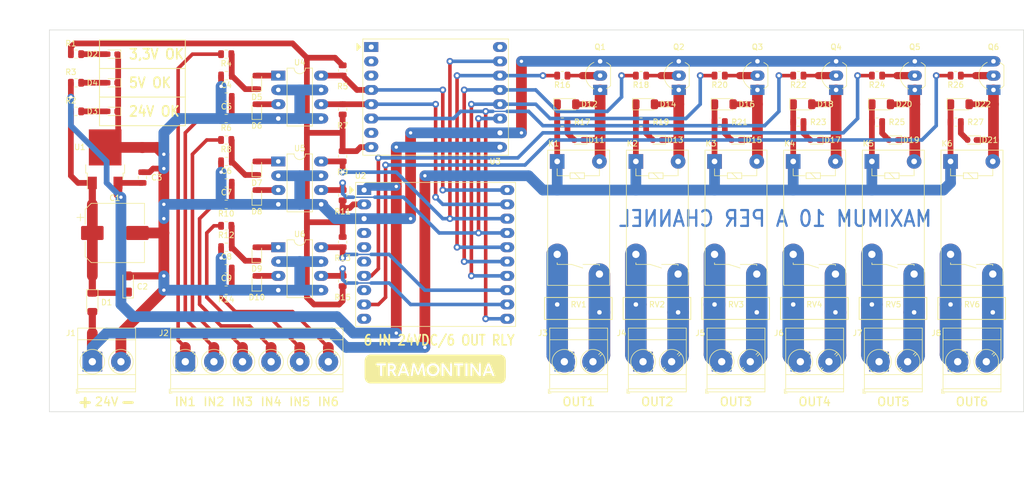
<source format=kicad_pcb>
(kicad_pcb (version 20171130) (host pcbnew "(5.1.10)-1")
  (title_block (title "ESP 6 Relay Module"))
  (layers (0 F.Cu signal) (31 B.Cu signal) (34 B.Paste user) (35 F.Paste user) (36 B.SilkS user) (37 F.SilkS user) (38 B.Mask user) (39 F.Mask user) (44 Edge.Cuts user))
  (net 0 "")
  (net 1 GNDREF)
  (net 2 +24V)
  (net 3 +5V)
  (net 4 /32-GPI34)
  (net 5 /32-GPI36)
  (net 6 /32-GPI35)
  (net 7 /32-GPI39)
  (net 8 /32-GPIO14)
  (net 9 /32-GPIO15)
  (net 10 "Net-(D2-Pad2)")
  (net 11 "Net-(D3-Pad2)")
  (net 12 "Net-(D4-Pad2)")
  (net 13 "Net-(J2-Pad6)")
  (net 14 "Net-(J2-Pad5)")
  (net 15 "Net-(J2-Pad4)")
  (net 16 "Net-(J2-Pad3)")
  (net 17 "Net-(J2-Pad2)")
  (net 18 "Net-(J2-Pad1)")
  (net 19 +3V3)
  (net 20 /32-GPIO2)
  (net 21 /32-GPIO4)
  (net 22 /32-GPIO13)
  (net 23 /32-GPIO16)
  (net 24 /32-GPIO33)
  (net 25 /32-GPIO32)
  (net 26 "Net-(D17-Pad2)")
  (net 27 "Net-(D19-Pad2)")
  (net 28 "Net-(D21-Pad2)")
  (net 29 "Net-(Q1-Pad2)")
  (net 30 "Net-(Q2-Pad2)")
  (net 31 "Net-(Q3-Pad2)")
  (net 32 "Net-(Q4-Pad2)")
  (net 33 "Net-(Q5-Pad2)")
  (net 34 "Net-(Q6-Pad2)")
  (net 35 "Net-(C4-Pad1)")
  (net 36 "Net-(C5-Pad1)")
  (net 37 "Net-(C6-Pad1)")
  (net 38 "Net-(C7-Pad1)")
  (net 39 "Net-(C8-Pad1)")
  (net 40 "Net-(C9-Pad1)")
  (net 41 "Net-(D5-Pad2)")
  (net 42 "Net-(D6-Pad2)")
  (net 43 "Net-(D7-Pad2)")
  (net 44 "Net-(D8-Pad2)")
  (net 45 "Net-(D9-Pad2)")
  (net 46 "Net-(D10-Pad2)")
  (net 47 "Net-(D11-Pad2)")
  (net 48 "Net-(D13-Pad2)")
  (net 49 "Net-(D15-Pad2)")
  (net 50 "Net-(D11-Pad1)")
  (net 51 "Net-(D13-Pad1)")
  (net 52 "Net-(D15-Pad1)")
  (net 53 "Net-(D17-Pad1)")
  (net 54 "Net-(D19-Pad1)")
  (net 55 "Net-(D21-Pad1)")
  (net 56 "Net-(J3-Pad2)")
  (net 57 "Net-(J3-Pad1)")
  (net 58 "Net-(J4-Pad2)")
  (net 59 "Net-(J4-Pad1)")
  (net 60 "Net-(J5-Pad1)")
  (net 61 "Net-(J5-Pad2)")
  (net 62 "Net-(J6-Pad2)")
  (net 63 "Net-(J6-Pad1)")
  (net 64 "Net-(J7-Pad1)")
  (net 65 "Net-(J7-Pad2)")
  (net 66 "Net-(J8-Pad2)")
  (net 67 "Net-(J8-Pad1)")
  (net 68 "Net-(U2-Pad10)")
  (net 69 "Net-(U2-Pad8)")
  (net 70 "Net-(U2-Pad6)")
  (net 71 "Net-(U2-Pad5)")
  (net 72 "Net-(U2-Pad4)")
  (net 73 "Net-(U3-Pad16)")
  (net 74 "Net-(U3-Pad7)")
  (net 75 "Net-(U3-Pad3)")
  (net 76 "Net-(U3-Pad1)")
  (net 77 "Net-(U3-Pad2)")
  (net 78 +24VA)
  (module Tales:D_SOD-123 (layer F.Cu) (at 72.39 112.65 270)
    (fp_text reference D1 (at 0 -2.54 180) (layer F.SilkS))
    (fp_text value SM4007PL/SOD-123)
    (pad 2 smd roundrect (at 1.65 0 270) (size 1.3 1.75) (layers F.Cu F.Paste F.Mask) (net 2 +24V))
    (pad 1 smd roundrect (at -1.65 0 270) (size 1.3 1.75) (layers F.Cu F.Paste F.Mask) (net 78 +24VA))
  )
  (module Tales:R_0805_2012Metric (layer F.Cu) (at 155.8525 80.645)
    (fp_text reference R17 (at 3.5325 0) (layer F.SilkS))
    (fp_text value 4k7/0,125W/0805)
    (pad 1 smd roundrect (at -0.9125 0) (size 1.025 1.4) (layers F.Cu F.Paste F.Mask) (roundrect_rratio 0.2439014634146341) (net 2 +24V))
    (pad 2 smd roundrect (at 0.9125 0) (size 1.025 1.4) (layers F.Cu F.Paste F.Mask) (roundrect_rratio 0.2439014634146341) (net 47 "Net-(D11-Pad2)"))
  )
  (module Tales:R_0805_2012Metric (layer F.Cu) (at 225.7025 72.39 180)
    (fp_text reference R26 (at 0 -1.65) (layer F.SilkS))
    (fp_text value 1k/0,125W/0805)
    (pad 1 smd roundrect (at -0.9125 0 180) (size 1.025 1.4) (layers F.Cu F.Paste F.Mask) (roundrect_rratio 0.2439014634146341) (net 34 "Net-(Q6-Pad2)"))
    (pad 2 smd roundrect (at 0.9125 0 180) (size 1.025 1.4) (layers F.Cu F.Paste F.Mask) (roundrect_rratio 0.2439014634146341) (net 21 /32-GPIO4))
  )
  (module Tales:R_0805_2012Metric (layer F.Cu) (at 211.7325 72.39 180)
    (fp_text reference R24 (at 0 -1.65) (layer F.SilkS))
    (fp_text value 1k/0,125W/0805)
    (pad 1 smd roundrect (at -0.9125 0 180) (size 1.025 1.4) (layers F.Cu F.Paste F.Mask) (roundrect_rratio 0.2439014634146341) (net 33 "Net-(Q5-Pad2)"))
    (pad 2 smd roundrect (at 0.9125 0 180) (size 1.025 1.4) (layers F.Cu F.Paste F.Mask) (roundrect_rratio 0.2439014634146341) (net 20 /32-GPIO2))
  )
  (module Tales:R_0805_2012Metric (layer F.Cu) (at 197.7625 72.39 180)
    (fp_text reference R22 (at 0 -1.65) (layer F.SilkS))
    (fp_text value 1k/0,125W/0805)
    (pad 1 smd roundrect (at -0.9125 0 180) (size 1.025 1.4) (layers F.Cu F.Paste F.Mask) (roundrect_rratio 0.2439014634146341) (net 32 "Net-(Q4-Pad2)"))
    (pad 2 smd roundrect (at 0.9125 0 180) (size 1.025 1.4) (layers F.Cu F.Paste F.Mask) (roundrect_rratio 0.2439014634146341) (net 22 /32-GPIO13))
  )
  (module Tales:R_0805_2012Metric (layer F.Cu) (at 183.7925 72.39 180)
    (fp_text reference R20 (at 0 -1.65) (layer F.SilkS))
    (fp_text value 1k/0,125W/0805)
    (pad 1 smd roundrect (at -0.9125 0 180) (size 1.025 1.4) (layers F.Cu F.Paste F.Mask) (roundrect_rratio 0.2439014634146341) (net 31 "Net-(Q3-Pad2)"))
    (pad 2 smd roundrect (at 0.9125 0 180) (size 1.025 1.4) (layers F.Cu F.Paste F.Mask) (roundrect_rratio 0.2439014634146341) (net 23 /32-GPIO16))
  )
  (module Tales:R_0805_2012Metric (layer F.Cu) (at 169.8225 72.39 180)
    (fp_text reference R18 (at 0 -1.65) (layer F.SilkS))
    (fp_text value 1k/0,125W/0805)
    (pad 1 smd roundrect (at -0.9125 0 180) (size 1.025 1.4) (layers F.Cu F.Paste F.Mask) (roundrect_rratio 0.2439014634146341) (net 30 "Net-(Q2-Pad2)"))
    (pad 2 smd roundrect (at 0.9125 0 180) (size 1.025 1.4) (layers F.Cu F.Paste F.Mask) (roundrect_rratio 0.2439014634146341) (net 25 /32-GPIO32))
  )
  (module Tales:R_0805_2012Metric (layer F.Cu) (at 155.8525 72.39 180)
    (fp_text reference R16 (at 0 -1.65) (layer F.SilkS))
    (fp_text value 1k/0,125W/0805)
    (pad 1 smd roundrect (at -0.9125 0 180) (size 1.025 1.4) (layers F.Cu F.Paste F.Mask) (roundrect_rratio 0.2439014634146341) (net 29 "Net-(Q1-Pad2)"))
    (pad 2 smd roundrect (at 0.9125 0 180) (size 1.025 1.4) (layers F.Cu F.Paste F.Mask) (roundrect_rratio 0.2439014634146341) (net 24 /32-GPIO33))
  )
  (module Tales:R_0805_2012Metric (layer F.Cu) (at 116.84 108.8625 90)
    (fp_text reference R15 (at -2.8975 0 180) (layer F.SilkS))
    (fp_text value 3k3/0,125W/0805)
    (pad 1 smd roundrect (at -0.9125 0 90) (size 1.025 1.4) (layers F.Cu F.Paste F.Mask) (roundrect_rratio 0.2439014634146341) (net 19 +3V3))
    (pad 2 smd roundrect (at 0.9125 0 90) (size 1.025 1.4) (layers F.Cu F.Paste F.Mask) (roundrect_rratio 0.2439014634146341) (net 8 /32-GPIO14))
  )
  (module Tales:R_0805_2012Metric (layer F.Cu) (at 96.1625 110.49 180)
    (fp_text reference R14 (at 0 -1.65) (layer F.SilkS))
    (fp_text value 1k2/0,125W/0805)
    (pad 1 smd roundrect (at -0.9125 0 180) (size 1.025 1.4) (layers F.Cu F.Paste F.Mask) (roundrect_rratio 0.2439014634146341) (net 40 "Net-(C9-Pad1)"))
    (pad 2 smd roundrect (at 0.9125 0 180) (size 1.025 1.4) (layers F.Cu F.Paste F.Mask) (roundrect_rratio 0.2439014634146341) (net 13 "Net-(J2-Pad6)"))
  )
  (module Tales:R_0805_2012Metric (layer F.Cu) (at 116.84 101.9575 270)
    (fp_text reference R13 (at 2.8175 0 180) (layer F.SilkS))
    (fp_text value 3k3/0,125W/0805)
    (pad 1 smd roundrect (at -0.9125 0 270) (size 1.025 1.4) (layers F.Cu F.Paste F.Mask) (roundrect_rratio 0.2439014634146341) (net 19 +3V3))
    (pad 2 smd roundrect (at 0.9125 0 270) (size 1.025 1.4) (layers F.Cu F.Paste F.Mask) (roundrect_rratio 0.2439014634146341) (net 9 /32-GPIO15))
  )
  (module Tales:R_0805_2012Metric (layer F.Cu) (at 96.1625 99.06 180)
    (fp_text reference R12 (at 0 -1.65) (layer F.SilkS))
    (fp_text value 1k2/0,125W/0805)
    (pad 1 smd roundrect (at -0.9125 0 180) (size 1.025 1.4) (layers F.Cu F.Paste F.Mask) (roundrect_rratio 0.2439014634146341) (net 39 "Net-(C8-Pad1)"))
    (pad 2 smd roundrect (at 0.9125 0 180) (size 1.025 1.4) (layers F.Cu F.Paste F.Mask) (roundrect_rratio 0.2439014634146341) (net 14 "Net-(J2-Pad5)"))
  )
  (module Tales:R_0805_2012Metric (layer F.Cu) (at 116.84 93.6225 90)
    (fp_text reference R11 (at -2.8975 0 180) (layer F.SilkS))
    (fp_text value 3k3/0,125W/0805)
    (pad 1 smd roundrect (at -0.9125 0 90) (size 1.025 1.4) (layers F.Cu F.Paste F.Mask) (roundrect_rratio 0.2439014634146341) (net 19 +3V3))
    (pad 2 smd roundrect (at 0.9125 0 90) (size 1.025 1.4) (layers F.Cu F.Paste F.Mask) (roundrect_rratio 0.2439014634146341) (net 4 /32-GPI34))
  )
  (module Tales:R_0805_2012Metric (layer F.Cu) (at 96.1625 95.25 180)
    (fp_text reference R10 (at 0 -1.65) (layer F.SilkS))
    (fp_text value 1k2/0,125W/0805)
    (pad 1 smd roundrect (at -0.9125 0 180) (size 1.025 1.4) (layers F.Cu F.Paste F.Mask) (roundrect_rratio 0.2439014634146341) (net 38 "Net-(C7-Pad1)"))
    (pad 2 smd roundrect (at 0.9125 0 180) (size 1.025 1.4) (layers F.Cu F.Paste F.Mask) (roundrect_rratio 0.2439014634146341) (net 15 "Net-(J2-Pad4)"))
  )
  (module Tales:R_0805_2012Metric (layer F.Cu) (at 116.84 86.7175 270)
    (fp_text reference R9 (at 2.8175 0 180) (layer F.SilkS))
    (fp_text value 3k3/0,125W/0805)
    (pad 1 smd roundrect (at -0.9125 0 270) (size 1.025 1.4) (layers F.Cu F.Paste F.Mask) (roundrect_rratio 0.2439014634146341) (net 19 +3V3))
    (pad 2 smd roundrect (at 0.9125 0 270) (size 1.025 1.4) (layers F.Cu F.Paste F.Mask) (roundrect_rratio 0.2439014634146341) (net 6 /32-GPI35))
  )
  (module Tales:R_0805_2012Metric (layer F.Cu) (at 96.1625 83.82 180)
    (fp_text reference R8 (at 0 -1.65) (layer F.SilkS))
    (fp_text value 1k2/0,125W/0805)
    (pad 1 smd roundrect (at -0.9125 0 180) (size 1.025 1.4) (layers F.Cu F.Paste F.Mask) (roundrect_rratio 0.2439014634146341) (net 37 "Net-(C6-Pad1)"))
    (pad 2 smd roundrect (at 0.9125 0 180) (size 1.025 1.4) (layers F.Cu F.Paste F.Mask) (roundrect_rratio 0.2439014634146341) (net 16 "Net-(J2-Pad3)"))
  )
  (module Tales:R_0805_2012Metric (layer F.Cu) (at 116.84 78.3825 90)
    (fp_text reference R7 (at -2.8975 0 180) (layer F.SilkS))
    (fp_text value 3k3/0,125W/0805)
    (pad 1 smd roundrect (at -0.9125 0 90) (size 1.025 1.4) (layers F.Cu F.Paste F.Mask) (roundrect_rratio 0.2439014634146341) (net 19 +3V3))
    (pad 2 smd roundrect (at 0.9125 0 90) (size 1.025 1.4) (layers F.Cu F.Paste F.Mask) (roundrect_rratio 0.2439014634146341) (net 5 /32-GPI36))
  )
  (module Tales:R_0805_2012Metric (layer F.Cu) (at 96.1625 80.01 180)
    (fp_text reference R6 (at 0 -1.65) (layer F.SilkS))
    (fp_text value 1k2/0,125W/0805)
    (pad 1 smd roundrect (at -0.9125 0 180) (size 1.025 1.4) (layers F.Cu F.Paste F.Mask) (roundrect_rratio 0.2439014634146341) (net 36 "Net-(C5-Pad1)"))
    (pad 2 smd roundrect (at 0.9125 0 180) (size 1.025 1.4) (layers F.Cu F.Paste F.Mask) (roundrect_rratio 0.2439014634146341) (net 17 "Net-(J2-Pad2)"))
  )
  (module Tales:R_0805_2012Metric (layer F.Cu) (at 116.84 71.4775 270)
    (fp_text reference R5 (at 2.8175 0) (layer F.SilkS))
    (fp_text value 3k3/0,125W/0805)
    (pad 1 smd roundrect (at -0.9125 0 270) (size 1.025 1.4) (layers F.Cu F.Paste F.Mask) (roundrect_rratio 0.2439014634146341) (net 19 +3V3))
    (pad 2 smd roundrect (at 0.9125 0 270) (size 1.025 1.4) (layers F.Cu F.Paste F.Mask) (roundrect_rratio 0.2439014634146341) (net 7 /32-GPI39))
  )
  (module Tales:R_0805_2012Metric (layer F.Cu) (at 96.1625 68.58 180)
    (fp_text reference R4 (at 0 -1.65) (layer F.SilkS))
    (fp_text value 1k2/0,125W/0805)
    (pad 1 smd roundrect (at -0.9125 0 180) (size 1.025 1.4) (layers F.Cu F.Paste F.Mask) (roundrect_rratio 0.2439014634146341) (net 35 "Net-(C4-Pad1)"))
    (pad 2 smd roundrect (at 0.9125 0 180) (size 1.025 1.4) (layers F.Cu F.Paste F.Mask) (roundrect_rratio 0.2439014634146341) (net 18 "Net-(J2-Pad1)"))
  )
  (module Tales:R_0805_2012Metric (layer F.Cu) (at 69.4925 73.66)
    (fp_text reference R3 (at -0.9125 -1.905) (layer F.SilkS))
    (fp_text value 680R/0,125W/0805)
    (pad 1 smd roundrect (at -0.9125 0) (size 1.025 1.4) (layers F.Cu F.Paste F.Mask) (roundrect_rratio 0.2439014634146341) (net 3 +5V))
    (pad 2 smd roundrect (at 0.9125 0) (size 1.025 1.4) (layers F.Cu F.Paste F.Mask) (roundrect_rratio 0.2439014634146341) (net 12 "Net-(D4-Pad2)"))
  )
  (module Tales:R_0805_2012Metric (layer F.Cu) (at 69.4925 78.74)
    (fp_text reference R2 (at -0.9125 -1.905) (layer F.SilkS))
    (fp_text value 4k7/0,125W/0805)
    (pad 1 smd roundrect (at -0.9125 0) (size 1.025 1.4) (layers F.Cu F.Paste F.Mask) (roundrect_rratio 0.2439014634146341) (net 78 +24VA))
    (pad 2 smd roundrect (at 0.9125 0) (size 1.025 1.4) (layers F.Cu F.Paste F.Mask) (roundrect_rratio 0.2439014634146341) (net 11 "Net-(D3-Pad2)"))
  )
  (module Tales:R_0805_2012Metric (layer F.Cu) (at 69.4925 68.58)
    (fp_text reference R1 (at -0.9125 -1.905) (layer F.SilkS))
    (fp_text value 270R/0,125W/0805)
    (pad 1 smd roundrect (at -0.9125 0) (size 1.025 1.4) (layers F.Cu F.Paste F.Mask) (roundrect_rratio 0.2439014634146341) (net 19 +3V3))
    (pad 2 smd roundrect (at 0.9125 0) (size 1.025 1.4) (layers F.Cu F.Paste F.Mask) (roundrect_rratio 0.2439014634146341) (net 10 "Net-(D2-Pad2)"))
  )
  (module Tales:Logo_Tramontina_25mm (layer F.Cu) (at 133.35 124.46)
    (fp_text reference REF** hide)
    (fp_text value Logo_Tramontina_25mm hide)
  )
  (module Tales:TerminalBlock_Phoenix_MKDS-3-6-5.08_1x06_P5.08mm_Horizontal (layer F.Cu) (at 88.9 123.19)
    (fp_text reference J2 (at -3.81 -5.08) (layer F.SilkS))
    (fp_text value "24V INPUTS")
    (pad 6 thru_hole circle (at 25.4 0) (size 3.5 3.5) (drill 1.3) (layers *.Cu *.Mask) (net 13 "Net-(J2-Pad6)"))
    (pad 5 thru_hole circle (at 20.32 0) (size 3.5 3.5) (drill 1.3) (layers *.Cu *.Mask) (net 14 "Net-(J2-Pad5)"))
    (pad 4 thru_hole circle (at 15.24 0) (size 3.5 3.5) (drill 1.3) (layers *.Cu *.Mask) (net 15 "Net-(J2-Pad4)"))
    (pad 3 thru_hole circle (at 10.16 0) (size 3.5 3.5) (drill 1.3) (layers *.Cu *.Mask) (net 16 "Net-(J2-Pad3)"))
    (pad 2 thru_hole circle (at 5.08 0) (size 3.5 3.5) (drill 1.3) (layers *.Cu *.Mask) (net 17 "Net-(J2-Pad2)"))
    (pad 1 thru_hole rect (at 0 0) (size 3.5 3.5) (drill 1.3) (layers *.Cu *.Mask) (net 18 "Net-(J2-Pad1)"))
  )
  (module Tales:Relay_SPST_Omron-G5PZ-1A (layer F.Cu) (at 154.94 87.63 270)
    (fp_text reference K1 (at -3.175 0.635) (layer F.SilkS))
    (fp_text value G5PZ-1A)
    (pad 4 thru_hole circle (at 0 -7.5 90) (size 2.6 2.6) (drill 1) (layers *.Cu *.Mask) (net 50 "Net-(D11-Pad1)"))
    (pad 3 thru_hole circle (at 20 -7.5 90) (size 3.5 3.5) (drill 1.3) (layers *.Cu *.Mask) (net 56 "Net-(J3-Pad2)"))
    (pad 2 thru_hole circle (at 16.5 0 90) (size 3.5 3.5) (drill 1.3) (layers *.Cu *.Mask) (net 57 "Net-(J3-Pad1)"))
    (pad 1 thru_hole rect (at 0 0 90) (size 2.6 2.6) (drill 1) (layers *.Cu *.Mask) (net 2 +24V))
  )
  (module Tales:WEMOS_D1_mini_light_pads (layer F.Cu) (at 121.92 67.31)
    (fp_text reference U3 (at 22 20.32) (layer F.SilkS))
    (fp_text value WeMos_D1_mini)
    (pad 16 thru_hole oval (at 22.86 0) (size 2.5 1.75) (drill 0.9) (layers *.Cu *.Mask) (net 73 "Net-(U3-Pad16)"))
    (pad 15 thru_hole oval (at 22.86 2.54) (size 2.5 1.75) (drill 0.9) (layers *.Cu *.Mask) (net 6 /32-GPI35))
    (pad 14 thru_hole oval (at 22.86 5.08) (size 2.5 1.75) (drill 0.9) (layers *.Cu *.Mask) (net 24 /32-GPIO33))
    (pad 13 thru_hole oval (at 22.86 7.62) (size 2.5 1.75) (drill 0.9) (layers *.Cu *.Mask) (net 25 /32-GPIO32))
    (pad 12 thru_hole oval (at 22.86 10.16) (size 2.5 1.75) (drill 0.9) (layers *.Cu *.Mask) (net 23 /32-GPIO16))
    (pad 11 thru_hole oval (at 22.86 12.7) (size 2.5 1.75) (drill 0.9) (layers *.Cu *.Mask) (net 4 /32-GPI34))
    (pad 10 thru_hole oval (at 22.86 15.24) (size 2.5 1.75) (drill 0.9) (layers *.Cu *.Mask) (net 1 GNDREF))
    (pad 9 thru_hole oval (at 22.86 17.78) (size 2.5 1.75) (drill 0.9) (layers *.Cu *.Mask) (net 3 +5V))
    (pad 8 thru_hole oval (at 0 17.78) (size 2.5 1.75) (drill 0.9) (layers *.Cu *.Mask) (net 19 +3V3))
    (pad 7 thru_hole oval (at 0 15.24) (size 2.5 1.75) (drill 0.9) (layers *.Cu *.Mask) (net 74 "Net-(U3-Pad7)"))
    (pad 6 thru_hole oval (at 0 12.7) (size 2.5 1.75) (drill 0.9) (layers *.Cu *.Mask) (net 22 /32-GPIO13))
    (pad 5 thru_hole oval (at 0 10.16) (size 2.5 1.75) (drill 0.9) (layers *.Cu *.Mask) (net 5 /32-GPI36))
    (pad 4 thru_hole oval (at 0 7.62) (size 2.5 1.75) (drill 0.9) (layers *.Cu *.Mask) (net 7 /32-GPI39))
    (pad 3 thru_hole oval (at 0 5.08) (size 2.5 1.75) (drill 0.9) (layers *.Cu *.Mask) (net 75 "Net-(U3-Pad3)"))
    (pad 1 thru_hole rect (at 0 0) (size 2.5 1.75) (drill 0.9) (layers *.Cu *.Mask) (net 76 "Net-(U3-Pad1)"))
    (pad 2 thru_hole oval (at 0 2.54) (size 2.5 1.75) (drill 0.9) (layers *.Cu *.Mask) (net 77 "Net-(U3-Pad2)"))
  )
  (module Tales:RV_Disc_D12mm_W3.9mm_P7.5mm (layer F.Cu) (at 154.94 113.03)
    (fp_text reference RV1 (at 3.81 0) (layer F.SilkS))
    (fp_text value 250VAC)
    (pad 2 thru_hole circle (at 7.5 1.4) (size 2.5 2.5) (drill 0.8) (layers *.Cu *.Mask) (net 56 "Net-(J3-Pad2)"))
    (pad 1 thru_hole circle (at 0 0) (size 2.5 2.5) (drill 0.8) (layers *.Cu *.Mask) (net 57 "Net-(J3-Pad1)"))
  )
  (module Tales:TerminalBlock_Phoenix_MKDS-3-2-5.08_1x02_P5.08mm_Horizontal (layer F.Cu) (at 156.21 123.19)
    (fp_text reference J3 (at -3.81 -5.08) (layer F.SilkS))
    (fp_text value OUT1)
    (pad 1 thru_hole rect (at 0 0) (size 3.5 3.5) (drill 1.3) (layers *.Cu *.Mask) (net 57 "Net-(J3-Pad1)"))
    (pad 2 thru_hole circle (at 5.08 0) (size 3.5 3.5) (drill 1.3) (layers *.Cu *.Mask) (net 56 "Net-(J3-Pad2)"))
  )
  (module Tales:TerminalBlock_Phoenix_MKDS-3-2-5.08_1x02_P5.08mm_Horizontal (layer F.Cu) (at 72.39 123.19)
    (fp_text reference J1 (at -3.81 -5.08) (layer F.SilkS))
    (fp_text value 24VDC)
    (pad 1 thru_hole rect (at 0 0) (size 3.5 3.5) (drill 1.3) (layers *.Cu *.Mask) (net 2 +24V))
    (pad 2 thru_hole circle (at 5.08 0) (size 3.5 3.5) (drill 1.3) (layers *.Cu *.Mask) (net 1 GNDREF))
  )
  (module Tales:Olimex_ESP32-POE_Pads (layer F.Cu) (at 120.65 92.71)
    (fp_text reference U2 (at -0.635 -2.54) (layer F.SilkS))
    (fp_text value Olimex_ESP32-POE)
    (pad 17 thru_hole oval (at 25.4 7.62) (size 2.5 1.75) (drill 0.9) (layers *.Cu *.Mask) (net 4 /32-GPI34))
    (pad 18 thru_hole oval (at 25.4 5.08) (size 2.5 1.75) (drill 0.9) (layers *.Cu *.Mask) (net 6 /32-GPI35))
    (pad 10 thru_hole oval (at 0 22.86) (size 2.5 1.75) (drill 0.9) (layers *.Cu *.Mask) (net 68 "Net-(U2-Pad10)"))
    (pad 9 thru_hole oval (at 0 20.32) (size 2.5 1.75) (drill 0.9) (layers *.Cu *.Mask) (net 21 /32-GPIO4))
    (pad 16 thru_hole oval (at 25.4 10.16) (size 2.5 1.75) (drill 0.9) (layers *.Cu *.Mask) (net 24 /32-GPIO33))
    (pad 15 thru_hole oval (at 25.4 12.7) (size 2.5 1.75) (drill 0.9) (layers *.Cu *.Mask) (net 25 /32-GPIO32))
    (pad 14 thru_hole oval (at 25.4 15.24) (size 2.5 1.75) (drill 0.9) (layers *.Cu *.Mask) (net 23 /32-GPIO16))
    (pad 13 thru_hole oval (at 25.4 17.78) (size 2.5 1.75) (drill 0.9) (layers *.Cu *.Mask) (net 9 /32-GPIO15))
    (pad 12 thru_hole oval (at 25.4 20.32) (size 2.5 1.75) (drill 0.9) (layers *.Cu *.Mask) (net 8 /32-GPIO14))
    (pad 11 thru_hole oval (at 25.4 22.86) (size 2.5 1.75) (drill 0.9) (layers *.Cu *.Mask) (net 22 /32-GPIO13))
    (pad 20 thru_hole oval (at 25.4 0) (size 2.5 1.75) (drill 0.9) (layers *.Cu *.Mask) (net 7 /32-GPI39))
    (pad 19 thru_hole oval (at 25.4 2.54) (size 2.5 1.75) (drill 0.9) (layers *.Cu *.Mask) (net 5 /32-GPI36))
    (pad 8 thru_hole oval (at 0 17.78) (size 2.5 1.75) (drill 0.9) (layers *.Cu *.Mask) (net 69 "Net-(U2-Pad8)"))
    (pad 7 thru_hole oval (at 0 15.24) (size 2.5 1.75) (drill 0.9) (layers *.Cu *.Mask) (net 20 /32-GPIO2))
    (pad 6 thru_hole oval (at 0 12.7) (size 2.5 1.75) (drill 0.9) (layers *.Cu *.Mask) (net 70 "Net-(U2-Pad6)"))
    (pad 5 thru_hole oval (at 0 10.16) (size 2.5 1.75) (drill 0.9) (layers *.Cu *.Mask) (net 71 "Net-(U2-Pad5)"))
    (pad 4 thru_hole oval (at 0 7.62) (size 2.5 1.75) (drill 0.9) (layers *.Cu *.Mask) (net 72 "Net-(U2-Pad4)"))
    (pad 3 thru_hole oval (at 0 5.08) (size 2.5 1.75) (drill 0.9) (layers *.Cu *.Mask) (net 1 GNDREF))
    (pad 1 thru_hole rect (at 0 0) (size 2.5 1.75) (drill 0.9) (layers *.Cu *.Mask) (net 3 +5V))
    (pad 2 thru_hole oval (at 0 2.54) (size 2.5 1.75) (drill 0.9) (layers *.Cu *.Mask) (net 19 +3V3))
  )
  (module Tales:TerminalBlock_Phoenix_MKDS-3-2-5.08_1x02_P5.08mm_Horizontal (layer F.Cu) (at 170.18 123.19)
    (fp_text reference J4 (at -3.81 -5.08) (layer F.SilkS))
    (fp_text value OUT1)
    (pad 1 thru_hole rect (at 0 0) (size 3.5 3.5) (drill 1.3) (layers *.Cu *.Mask) (net 59 "Net-(J4-Pad1)"))
    (pad 2 thru_hole circle (at 5.08 0) (size 3.5 3.5) (drill 1.3) (layers *.Cu *.Mask) (net 58 "Net-(J4-Pad2)"))
  )
  (module Tales:TerminalBlock_Phoenix_MKDS-3-2-5.08_1x02_P5.08mm_Horizontal (layer F.Cu) (at 184.15 123.19)
    (fp_text reference J5 (at -3.81 -5.08) (layer F.SilkS))
    (fp_text value OUT1)
    (pad 1 thru_hole rect (at 0 0) (size 3.5 3.5) (drill 1.3) (layers *.Cu *.Mask) (net 60 "Net-(J5-Pad1)"))
    (pad 2 thru_hole circle (at 5.08 0) (size 3.5 3.5) (drill 1.3) (layers *.Cu *.Mask) (net 61 "Net-(J5-Pad2)"))
  )
  (module Tales:TerminalBlock_Phoenix_MKDS-3-2-5.08_1x02_P5.08mm_Horizontal (layer F.Cu) (at 198.12 123.19)
    (fp_text reference J6 (at -3.81 -5.08) (layer F.SilkS))
    (fp_text value OUT1)
    (pad 1 thru_hole rect (at 0 0) (size 3.5 3.5) (drill 1.3) (layers *.Cu *.Mask) (net 63 "Net-(J6-Pad1)"))
    (pad 2 thru_hole circle (at 5.08 0) (size 3.5 3.5) (drill 1.3) (layers *.Cu *.Mask) (net 62 "Net-(J6-Pad2)"))
  )
  (module Tales:TerminalBlock_Phoenix_MKDS-3-2-5.08_1x02_P5.08mm_Horizontal (layer F.Cu) (at 212.09 123.19)
    (fp_text reference J7 (at -3.81 -5.08) (layer F.SilkS))
    (fp_text value OUT1)
    (pad 1 thru_hole rect (at 0 0) (size 3.5 3.5) (drill 1.3) (layers *.Cu *.Mask) (net 64 "Net-(J7-Pad1)"))
    (pad 2 thru_hole circle (at 5.08 0) (size 3.5 3.5) (drill 1.3) (layers *.Cu *.Mask) (net 65 "Net-(J7-Pad2)"))
  )
  (module Tales:TerminalBlock_Phoenix_MKDS-3-2-5.08_1x02_P5.08mm_Horizontal (layer F.Cu) (at 226.06 123.19)
    (fp_text reference J8 (at -3.81 -5.08) (layer F.SilkS))
    (fp_text value OUT1)
    (pad 1 thru_hole rect (at 0 0) (size 3.5 3.5) (drill 1.3) (layers *.Cu *.Mask) (net 67 "Net-(J8-Pad1)"))
    (pad 2 thru_hole circle (at 5.08 0) (size 3.5 3.5) (drill 1.3) (layers *.Cu *.Mask) (net 66 "Net-(J8-Pad2)"))
  )
  (module Tales:Relay_SPST_Omron-G5PZ-1A (layer F.Cu) (at 168.91 87.63 270)
    (fp_text reference K2 (at -3.175 0.635) (layer F.SilkS))
    (fp_text value G5PZ-1A)
    (pad 4 thru_hole circle (at 0 -7.5 90) (size 2.6 2.6) (drill 1) (layers *.Cu *.Mask) (net 51 "Net-(D13-Pad1)"))
    (pad 3 thru_hole circle (at 20 -7.5 90) (size 3.5 3.5) (drill 1.3) (layers *.Cu *.Mask) (net 58 "Net-(J4-Pad2)"))
    (pad 2 thru_hole circle (at 16.5 0 90) (size 3.5 3.5) (drill 1.3) (layers *.Cu *.Mask) (net 59 "Net-(J4-Pad1)"))
    (pad 1 thru_hole rect (at 0 0 90) (size 2.6 2.6) (drill 1) (layers *.Cu *.Mask) (net 2 +24V))
  )
  (module Tales:Relay_SPST_Omron-G5PZ-1A (layer F.Cu) (at 182.88 87.63 270)
    (fp_text reference K3 (at -3.175 0.635) (layer F.SilkS))
    (fp_text value G5PZ-1A)
    (pad 4 thru_hole circle (at 0 -7.5 90) (size 2.6 2.6) (drill 1) (layers *.Cu *.Mask) (net 52 "Net-(D15-Pad1)"))
    (pad 3 thru_hole circle (at 20 -7.5 90) (size 3.5 3.5) (drill 1.3) (layers *.Cu *.Mask) (net 61 "Net-(J5-Pad2)"))
    (pad 2 thru_hole circle (at 16.5 0 90) (size 3.5 3.5) (drill 1.3) (layers *.Cu *.Mask) (net 60 "Net-(J5-Pad1)"))
    (pad 1 thru_hole rect (at 0 0 90) (size 2.6 2.6) (drill 1) (layers *.Cu *.Mask) (net 2 +24V))
  )
  (module Tales:Relay_SPST_Omron-G5PZ-1A (layer F.Cu) (at 196.85 87.63 270)
    (fp_text reference K4 (at -3.175 0.635) (layer F.SilkS))
    (fp_text value G5PZ-1A)
    (pad 4 thru_hole circle (at 0 -7.5 90) (size 2.6 2.6) (drill 1) (layers *.Cu *.Mask) (net 53 "Net-(D17-Pad1)"))
    (pad 3 thru_hole circle (at 20 -7.5 90) (size 3.5 3.5) (drill 1.3) (layers *.Cu *.Mask) (net 62 "Net-(J6-Pad2)"))
    (pad 2 thru_hole circle (at 16.5 0 90) (size 3.5 3.5) (drill 1.3) (layers *.Cu *.Mask) (net 63 "Net-(J6-Pad1)"))
    (pad 1 thru_hole rect (at 0 0 90) (size 2.6 2.6) (drill 1) (layers *.Cu *.Mask) (net 2 +24V))
  )
  (module Tales:Relay_SPST_Omron-G5PZ-1A (layer F.Cu) (at 210.82 87.63 270)
    (fp_text reference K5 (at -3.175 0.635) (layer F.SilkS))
    (fp_text value G5PZ-1A)
    (pad 4 thru_hole circle (at 0 -7.5 90) (size 2.6 2.6) (drill 1) (layers *.Cu *.Mask) (net 54 "Net-(D19-Pad1)"))
    (pad 3 thru_hole circle (at 20 -7.5 90) (size 3.5 3.5) (drill 1.3) (layers *.Cu *.Mask) (net 65 "Net-(J7-Pad2)"))
    (pad 2 thru_hole circle (at 16.5 0 90) (size 3.5 3.5) (drill 1.3) (layers *.Cu *.Mask) (net 64 "Net-(J7-Pad1)"))
    (pad 1 thru_hole rect (at 0 0 90) (size 2.6 2.6) (drill 1) (layers *.Cu *.Mask) (net 2 +24V))
  )
  (module Tales:Relay_SPST_Omron-G5PZ-1A (layer F.Cu) (at 224.79 87.63 270)
    (fp_text reference K6 (at -3.175 0.635) (layer F.SilkS))
    (fp_text value G5PZ-1A)
    (pad 4 thru_hole circle (at 0 -7.5 90) (size 2.6 2.6) (drill 1) (layers *.Cu *.Mask) (net 55 "Net-(D21-Pad1)"))
    (pad 3 thru_hole circle (at 20 -7.5 90) (size 3.5 3.5) (drill 1.3) (layers *.Cu *.Mask) (net 66 "Net-(J8-Pad2)"))
    (pad 2 thru_hole circle (at 16.5 0 90) (size 3.5 3.5) (drill 1.3) (layers *.Cu *.Mask) (net 67 "Net-(J8-Pad1)"))
    (pad 1 thru_hole rect (at 0 0 90) (size 2.6 2.6) (drill 1) (layers *.Cu *.Mask) (net 2 +24V))
  )
  (module Tales:RV_Disc_D12mm_W3.9mm_P7.5mm (layer F.Cu) (at 168.91 113.03)
    (fp_text reference RV2 (at 3.75 0) (layer F.SilkS))
    (fp_text value 250VAC)
    (pad 2 thru_hole circle (at 7.5 1.4) (size 2.5 2.5) (drill 0.8) (layers *.Cu *.Mask) (net 58 "Net-(J4-Pad2)"))
    (pad 1 thru_hole circle (at 0 0) (size 2.5 2.5) (drill 0.8) (layers *.Cu *.Mask) (net 59 "Net-(J4-Pad1)"))
  )
  (module Tales:RV_Disc_D12mm_W3.9mm_P7.5mm (layer F.Cu) (at 182.88 113.03)
    (fp_text reference RV3 (at 3.81 0) (layer F.SilkS))
    (fp_text value 250VAC)
    (pad 2 thru_hole circle (at 7.5 1.4) (size 2.5 2.5) (drill 0.8) (layers *.Cu *.Mask) (net 61 "Net-(J5-Pad2)"))
    (pad 1 thru_hole circle (at 0 0) (size 2.5 2.5) (drill 0.8) (layers *.Cu *.Mask) (net 60 "Net-(J5-Pad1)"))
  )
  (module Tales:RV_Disc_D12mm_W3.9mm_P7.5mm (layer F.Cu) (at 196.85 113.03)
    (fp_text reference RV4 (at 3.75 0) (layer F.SilkS))
    (fp_text value 250VAC)
    (pad 2 thru_hole circle (at 7.5 1.4) (size 2.5 2.5) (drill 0.8) (layers *.Cu *.Mask) (net 62 "Net-(J6-Pad2)"))
    (pad 1 thru_hole circle (at 0 0) (size 2.5 2.5) (drill 0.8) (layers *.Cu *.Mask) (net 63 "Net-(J6-Pad1)"))
  )
  (module Tales:RV_Disc_D12mm_W3.9mm_P7.5mm (layer F.Cu) (at 210.82 113.03)
    (fp_text reference RV5 (at 3.81 0) (layer F.SilkS))
    (fp_text value 250VAC)
    (pad 2 thru_hole circle (at 7.5 1.4) (size 2.5 2.5) (drill 0.8) (layers *.Cu *.Mask) (net 65 "Net-(J7-Pad2)"))
    (pad 1 thru_hole circle (at 0 0) (size 2.5 2.5) (drill 0.8) (layers *.Cu *.Mask) (net 64 "Net-(J7-Pad1)"))
  )
  (module Tales:RV_Disc_D12mm_W3.9mm_P7.5mm (layer F.Cu) (at 224.79 113.03)
    (fp_text reference RV6 (at 3.81 0) (layer F.SilkS))
    (fp_text value 250VAC)
    (pad 2 thru_hole circle (at 7.5 1.4) (size 2.5 2.5) (drill 0.8) (layers *.Cu *.Mask) (net 66 "Net-(J8-Pad2)"))
    (pad 1 thru_hole circle (at 0 0) (size 2.5 2.5) (drill 0.8) (layers *.Cu *.Mask) (net 67 "Net-(J8-Pad1)"))
  )
  (module Tales:CP_Elec_10x10 (layer F.Cu) (at 76.39 100.33)
    (fp_text reference C1 (at 0 -6.2) (layer F.SilkS))
    (fp_text value 100uF/35V/10x10)
    (pad 1 smd roundrect (at -4 0) (size 4 2.5) (layers F.Cu F.Paste F.Mask) (roundrect_rratio 0.1) (net 78 +24VA))
    (pad 2 smd roundrect (at 4 0) (size 4 2.5) (layers F.Cu F.Paste F.Mask) (roundrect_rratio 0.1) (net 1 GNDREF))
  )
  (module Tales:D_SOD-323 (layer F.Cu) (at 101.6 73.59 90)
    (fp_text reference D5 (at -2.61 0 180) (layer F.SilkS))
    (fp_text value 9V1/500mW)
    (pad 2 smd roundrect (at 1.2 0 90) (size 1 1.5) (layers F.Cu F.Paste F.Mask) (net 41 "Net-(D5-Pad2)"))
    (pad 1 smd roundrect (at -1.2 0 90) (size 1 1.5) (layers F.Cu F.Paste F.Mask) (net 35 "Net-(C4-Pad1)"))
  )
  (module Tales:D_SOD-323 (layer F.Cu) (at 101.6 78.67 90)
    (fp_text reference D6 (at -2.61 0 180) (layer F.SilkS))
    (fp_text value 9V1/500mW)
    (pad 1 smd roundrect (at -1.2 0 90) (size 1 1.5) (layers F.Cu F.Paste F.Mask) (net 36 "Net-(C5-Pad1)"))
    (pad 2 smd roundrect (at 1.2 0 90) (size 1 1.5) (layers F.Cu F.Paste F.Mask) (net 42 "Net-(D6-Pad2)"))
  )
  (module Tales:D_SOD-323 (layer F.Cu) (at 101.6 88.83 90)
    (fp_text reference D7 (at -2.61 0 180) (layer F.SilkS))
    (fp_text value 9V1/500mW)
    (pad 1 smd roundrect (at -1.2 0 90) (size 1 1.5) (layers F.Cu F.Paste F.Mask) (net 37 "Net-(C6-Pad1)"))
    (pad 2 smd roundrect (at 1.2 0 90) (size 1 1.5) (layers F.Cu F.Paste F.Mask) (net 43 "Net-(D7-Pad2)"))
  )
  (module Tales:D_SOD-323 (layer F.Cu) (at 101.6 93.91 90)
    (fp_text reference D8 (at -2.61 0 180) (layer F.SilkS))
    (fp_text value 9V1/500mW)
    (pad 2 smd roundrect (at 1.2 0 90) (size 1 1.5) (layers F.Cu F.Paste F.Mask) (net 44 "Net-(D8-Pad2)"))
    (pad 1 smd roundrect (at -1.2 0 90) (size 1 1.5) (layers F.Cu F.Paste F.Mask) (net 38 "Net-(C7-Pad1)"))
  )
  (module Tales:D_SOD-323 (layer F.Cu) (at 101.6 104.07 90)
    (fp_text reference D9 (at -2.61 0 180) (layer F.SilkS))
    (fp_text value 9V1/500mW)
    (pad 1 smd roundrect (at -1.2 0 90) (size 1 1.5) (layers F.Cu F.Paste F.Mask) (net 39 "Net-(C8-Pad1)"))
    (pad 2 smd roundrect (at 1.2 0 90) (size 1 1.5) (layers F.Cu F.Paste F.Mask) (net 45 "Net-(D9-Pad2)"))
  )
  (module Tales:D_SOD-323 (layer F.Cu) (at 101.6 109.15 90)
    (fp_text reference D10 (at -2.61 0 180) (layer F.SilkS))
    (fp_text value 9V1/500mW)
    (pad 2 smd roundrect (at 1.2 0 90) (size 1 1.5) (layers F.Cu F.Paste F.Mask) (net 46 "Net-(D10-Pad2)"))
    (pad 1 smd roundrect (at -1.2 0 90) (size 1 1.5) (layers F.Cu F.Paste F.Mask) (net 40 "Net-(C9-Pad1)"))
  )
  (module Tales:D_SOD-123 (layer F.Cu) (at 156.59 77.47)
    (fp_text reference D12 (at 4.065 0) (layer F.SilkS))
    (fp_text value 1N4148/SOD-123)
    (pad 1 smd roundrect (at -1.65 0) (size 1.3 1.75) (layers F.Cu F.Paste F.Mask) (net 2 +24V))
    (pad 2 smd roundrect (at 1.65 0) (size 1.3 1.75) (layers F.Cu F.Paste F.Mask) (net 50 "Net-(D11-Pad1)"))
  )
  (module Tales:TO-92_Inline_Wide (layer F.Cu) (at 162.56 74.93 90)
    (fp_text reference Q1 (at 7.62 0 180) (layer F.SilkS))
    (fp_text value BC337)
    (pad 1 thru_hole rect (at 0 0 90) (size 1.8 2.5) (drill 0.8) (layers *.Cu *.Mask) (net 50 "Net-(D11-Pad1)"))
    (pad 3 thru_hole oval (at 5.08 0 90) (size 1.8 2.5) (drill 0.8) (layers *.Cu *.Mask) (net 1 GNDREF))
    (pad 2 thru_hole oval (at 2.54 0 90) (size 1.8 2.5) (drill 0.8) (layers *.Cu *.Mask) (net 29 "Net-(Q1-Pad2)"))
  )
  (module Tales:TO-92_Inline_Wide (layer F.Cu) (at 176.53 74.93 90)
    (fp_text reference Q2 (at 7.62 0 180) (layer F.SilkS))
    (fp_text value BC337)
    (pad 2 thru_hole oval (at 2.54 0 90) (size 1.8 2.5) (drill 0.8) (layers *.Cu *.Mask) (net 30 "Net-(Q2-Pad2)"))
    (pad 3 thru_hole oval (at 5.08 0 90) (size 1.8 2.5) (drill 0.8) (layers *.Cu *.Mask) (net 1 GNDREF))
    (pad 1 thru_hole rect (at 0 0 90) (size 1.8 2.5) (drill 0.8) (layers *.Cu *.Mask) (net 51 "Net-(D13-Pad1)"))
  )
  (module Tales:TO-92_Inline_Wide (layer F.Cu) (at 190.5 74.93 90)
    (fp_text reference Q3 (at 7.62 0 180) (layer F.SilkS))
    (fp_text value BC337)
    (pad 2 thru_hole oval (at 2.54 0 90) (size 1.8 2.5) (drill 0.8) (layers *.Cu *.Mask) (net 31 "Net-(Q3-Pad2)"))
    (pad 3 thru_hole oval (at 5.08 0 90) (size 1.8 2.5) (drill 0.8) (layers *.Cu *.Mask) (net 1 GNDREF))
    (pad 1 thru_hole rect (at 0 0 90) (size 1.8 2.5) (drill 0.8) (layers *.Cu *.Mask) (net 52 "Net-(D15-Pad1)"))
  )
  (module Tales:TO-92_Inline_Wide (layer F.Cu) (at 204.47 74.93 90)
    (fp_text reference Q4 (at 7.62 0 180) (layer F.SilkS))
    (fp_text value BC337)
    (pad 1 thru_hole rect (at 0 0 90) (size 1.8 2.5) (drill 0.8) (layers *.Cu *.Mask) (net 53 "Net-(D17-Pad1)"))
    (pad 3 thru_hole oval (at 5.08 0 90) (size 1.8 2.5) (drill 0.8) (layers *.Cu *.Mask) (net 1 GNDREF))
    (pad 2 thru_hole oval (at 2.54 0 90) (size 1.8 2.5) (drill 0.8) (layers *.Cu *.Mask) (net 32 "Net-(Q4-Pad2)"))
  )
  (module Tales:TO-92_Inline_Wide (layer F.Cu) (at 218.44 74.93 90)
    (fp_text reference Q5 (at 7.62 0 180) (layer F.SilkS))
    (fp_text value BC337)
    (pad 2 thru_hole oval (at 2.54 0 90) (size 1.8 2.5) (drill 0.8) (layers *.Cu *.Mask) (net 33 "Net-(Q5-Pad2)"))
    (pad 3 thru_hole oval (at 5.08 0 90) (size 1.8 2.5) (drill 0.8) (layers *.Cu *.Mask) (net 1 GNDREF))
    (pad 1 thru_hole rect (at 0 0 90) (size 1.8 2.5) (drill 0.8) (layers *.Cu *.Mask) (net 54 "Net-(D19-Pad1)"))
  )
  (module Tales:TO-92_Inline_Wide (layer F.Cu) (at 232.41 74.93 90)
    (fp_text reference Q6 (at 7.62 0 180) (layer F.SilkS))
    (fp_text value BC337)
    (pad 1 thru_hole rect (at 0 0 90) (size 1.8 2.5) (drill 0.8) (layers *.Cu *.Mask) (net 55 "Net-(D21-Pad1)"))
    (pad 3 thru_hole oval (at 5.08 0 90) (size 1.8 2.5) (drill 0.8) (layers *.Cu *.Mask) (net 1 GNDREF))
    (pad 2 thru_hole oval (at 2.54 0 90) (size 1.8 2.5) (drill 0.8) (layers *.Cu *.Mask) (net 34 "Net-(Q6-Pad2)"))
  )
  (module Tales:TO-252-2 (layer F.Cu) (at 74.67 87.24 90)
    (fp_text reference U1 (at 2.15 -4.5 180) (layer F.SilkS))
    (fp_text value L78M05/TO-252-2)
    (pad 2 smd rect (at 2.1 0 90) (size 6.4 5.8) (layers F.Cu F.Mask) (net 1 GNDREF))
    (pad 3 smd rect (at -4.2 2.28 90) (size 2.2 1.6) (layers F.Cu F.Paste F.Mask) (net 3 +5V))
    (pad 1 smd rect (at -4.2 -2.28 90) (size 2.2 1.6) (layers F.Cu F.Paste F.Mask) (net 78 +24VA))
  )
  (module Tales:DIP-8_W7.62mm (layer F.Cu) (at 105.41 72.39)
    (fp_text reference U4 (at 3.81 -2.33) (layer F.SilkS))
    (fp_text value LTV826)
    (pad 1 thru_hole rect (at 0 0) (size 2.5 1.75) (drill 0.8) (layers *.Cu *.Mask) (net 41 "Net-(D5-Pad2)"))
    (pad 5 thru_hole oval (at 7.62 7.62) (size 2.5 1.75) (drill 0.8) (layers *.Cu *.Mask) (net 1 GNDREF))
    (pad 2 thru_hole oval (at 0 2.54) (size 2.5 1.75) (drill 0.8) (layers *.Cu *.Mask) (net 1 GNDREF))
    (pad 6 thru_hole oval (at 7.62 5.08) (size 2.5 1.75) (drill 0.8) (layers *.Cu *.Mask) (net 5 /32-GPI36))
    (pad 3 thru_hole oval (at 0 5.08) (size 2.5 1.75) (drill 0.8) (layers *.Cu *.Mask) (net 42 "Net-(D6-Pad2)"))
    (pad 7 thru_hole oval (at 7.62 2.54) (size 2.5 1.75) (drill 0.8) (layers *.Cu *.Mask) (net 1 GNDREF))
    (pad 4 thru_hole oval (at 0 7.62) (size 2.5 1.75) (drill 0.8) (layers *.Cu *.Mask) (net 1 GNDREF))
    (pad 8 thru_hole oval (at 7.62 0) (size 2.5 1.75) (drill 0.8) (layers *.Cu *.Mask) (net 7 /32-GPI39))
  )
  (module Tales:DIP-8_W7.62mm (layer F.Cu) (at 105.41 87.63)
    (fp_text reference U5 (at 3.81 -2.33) (layer F.SilkS))
    (fp_text value LTV826)
    (pad 8 thru_hole oval (at 7.62 0) (size 2.5 1.75) (drill 0.8) (layers *.Cu *.Mask) (net 6 /32-GPI35))
    (pad 4 thru_hole oval (at 0 7.62) (size 2.5 1.75) (drill 0.8) (layers *.Cu *.Mask) (net 1 GNDREF))
    (pad 7 thru_hole oval (at 7.62 2.54) (size 2.5 1.75) (drill 0.8) (layers *.Cu *.Mask) (net 1 GNDREF))
    (pad 3 thru_hole oval (at 0 5.08) (size 2.5 1.75) (drill 0.8) (layers *.Cu *.Mask) (net 44 "Net-(D8-Pad2)"))
    (pad 6 thru_hole oval (at 7.62 5.08) (size 2.5 1.75) (drill 0.8) (layers *.Cu *.Mask) (net 4 /32-GPI34))
    (pad 2 thru_hole oval (at 0 2.54) (size 2.5 1.75) (drill 0.8) (layers *.Cu *.Mask) (net 1 GNDREF))
    (pad 5 thru_hole oval (at 7.62 7.62) (size 2.5 1.75) (drill 0.8) (layers *.Cu *.Mask) (net 1 GNDREF))
    (pad 1 thru_hole rect (at 0 0) (size 2.5 1.75) (drill 0.8) (layers *.Cu *.Mask) (net 43 "Net-(D7-Pad2)"))
  )
  (module Tales:DIP-8_W7.62mm (layer F.Cu) (at 105.41 102.87)
    (fp_text reference U6 (at 3.81 -2.33) (layer F.SilkS))
    (fp_text value LTV826)
    (pad 1 thru_hole rect (at 0 0) (size 2.5 1.75) (drill 0.8) (layers *.Cu *.Mask) (net 45 "Net-(D9-Pad2)"))
    (pad 5 thru_hole oval (at 7.62 7.62) (size 2.5 1.75) (drill 0.8) (layers *.Cu *.Mask) (net 1 GNDREF))
    (pad 2 thru_hole oval (at 0 2.54) (size 2.5 1.75) (drill 0.8) (layers *.Cu *.Mask) (net 1 GNDREF))
    (pad 6 thru_hole oval (at 7.62 5.08) (size 2.5 1.75) (drill 0.8) (layers *.Cu *.Mask) (net 8 /32-GPIO14))
    (pad 3 thru_hole oval (at 0 5.08) (size 2.5 1.75) (drill 0.8) (layers *.Cu *.Mask) (net 46 "Net-(D10-Pad2)"))
    (pad 7 thru_hole oval (at 7.62 2.54) (size 2.5 1.75) (drill 0.8) (layers *.Cu *.Mask) (net 1 GNDREF))
    (pad 4 thru_hole oval (at 0 7.62) (size 2.5 1.75) (drill 0.8) (layers *.Cu *.Mask) (net 1 GNDREF))
    (pad 8 thru_hole oval (at 7.62 0) (size 2.5 1.75) (drill 0.8) (layers *.Cu *.Mask) (net 9 /32-GPIO15))
  )
  (module Tales:CP_EIA-3216-18_Kemet-A_Pad1.58x1.35mm_HandSolder (layer F.Cu) (at 78.74 109.3875 90)
    (fp_text reference C2 (at -0.4675 2.54 180) (layer F.SilkS))
    (fp_text value 0,33uF/35V)
    (pad 2 smd roundrect (at 1.4375 0 90) (size 1.575 1.35) (layers F.Cu F.Paste F.Mask) (roundrect_rratio 0.1851844444444445) (net 1 GNDREF))
    (pad 1 smd roundrect (at -1.4375 0 90) (size 1.575 1.35) (layers F.Cu F.Paste F.Mask) (roundrect_rratio 0.1851844444444445) (net 78 +24VA))
  )
  (module Tales:C_0805_2012Metric (layer F.Cu) (at 81.28 90.49 90)
    (fp_text reference C3 (at 0 2.54 180) (layer F.SilkS))
    (fp_text value 0,1uF/50V/0805)
    (pad 2 smd roundrect (at 0.95 0 90) (size 1 1.45) (layers F.Cu F.Paste F.Mask) (net 1 GNDREF))
    (pad 1 smd roundrect (at -0.95 0 90) (size 1 1.45) (layers F.Cu F.Paste F.Mask) (net 3 +5V))
  )
  (module Tales:C_0805_2012Metric (layer F.Cu) (at 96.2 72.39 180)
    (fp_text reference C4 (at 0 -1.68) (layer F.SilkS))
    (fp_text value 33nF/50V/0805)
    (pad 2 smd roundrect (at 0.95 0 180) (size 1 1.45) (layers F.Cu F.Paste F.Mask) (net 1 GNDREF))
    (pad 1 smd roundrect (at -0.95 0 180) (size 1 1.45) (layers F.Cu F.Paste F.Mask) (net 35 "Net-(C4-Pad1)"))
  )
  (module Tales:C_0805_2012Metric (layer F.Cu) (at 96.2 76.2 180)
    (fp_text reference C5 (at 0 -1.68) (layer F.SilkS))
    (fp_text value 33nF/50V/0805)
    (pad 1 smd roundrect (at -0.95 0 180) (size 1 1.45) (layers F.Cu F.Paste F.Mask) (net 36 "Net-(C5-Pad1)"))
    (pad 2 smd roundrect (at 0.95 0 180) (size 1 1.45) (layers F.Cu F.Paste F.Mask) (net 1 GNDREF))
  )
  (module Tales:C_0805_2012Metric (layer F.Cu) (at 96.2 87.63 180)
    (fp_text reference C6 (at 0 -1.68) (layer F.SilkS))
    (fp_text value 33nF/50V/0805)
    (pad 2 smd roundrect (at 0.95 0 180) (size 1 1.45) (layers F.Cu F.Paste F.Mask) (net 1 GNDREF))
    (pad 1 smd roundrect (at -0.95 0 180) (size 1 1.45) (layers F.Cu F.Paste F.Mask) (net 37 "Net-(C6-Pad1)"))
  )
  (module Tales:C_0805_2012Metric (layer F.Cu) (at 96.2 91.44 180)
    (fp_text reference C7 (at 0 -1.68) (layer F.SilkS))
    (fp_text value 33nF/50V/0805)
    (pad 1 smd roundrect (at -0.95 0 180) (size 1 1.45) (layers F.Cu F.Paste F.Mask) (net 38 "Net-(C7-Pad1)"))
    (pad 2 smd roundrect (at 0.95 0 180) (size 1 1.45) (layers F.Cu F.Paste F.Mask) (net 1 GNDREF))
  )
  (module Tales:C_0805_2012Metric (layer F.Cu) (at 96.2 102.87 180)
    (fp_text reference C8 (at 0 -1.68) (layer F.SilkS))
    (fp_text value 33nF/50V/0805)
    (pad 2 smd roundrect (at 0.95 0 180) (size 1 1.45) (layers F.Cu F.Paste F.Mask) (net 1 GNDREF))
    (pad 1 smd roundrect (at -0.95 0 180) (size 1 1.45) (layers F.Cu F.Paste F.Mask) (net 39 "Net-(C8-Pad1)"))
  )
  (module Tales:C_0805_2012Metric (layer F.Cu) (at 96.2 106.68 180)
    (fp_text reference C9 (at 0 -1.68) (layer F.SilkS))
    (fp_text value 33nF/50V/0805)
    (pad 1 smd roundrect (at -0.95 0 180) (size 1 1.45) (layers F.Cu F.Paste F.Mask) (net 40 "Net-(C9-Pad1)"))
    (pad 2 smd roundrect (at 0.95 0 180) (size 1 1.45) (layers F.Cu F.Paste F.Mask) (net 1 GNDREF))
  )
  (module Tales:LED_0603_1608Metric (layer F.Cu) (at 75.955 68.58 180)
    (fp_text reference D2 (at 3.565 0) (layer F.SilkS))
    (fp_text value GREEN/0603)
    (pad 1 smd roundrect (at -0.7875 0 180) (size 0.875 0.95) (layers F.Cu F.Paste F.Mask) (net 1 GNDREF))
    (pad 2 smd roundrect (at 0.7875 0 180) (size 0.875 0.95) (layers F.Cu F.Paste F.Mask) (net 10 "Net-(D2-Pad2)"))
  )
  (module Tales:LED_0603_1608Metric (layer F.Cu) (at 75.955 78.74 180)
    (fp_text reference D3 (at 3.565 0) (layer F.SilkS))
    (fp_text value GREEN/0603)
    (pad 2 smd roundrect (at 0.7875 0 180) (size 0.875 0.95) (layers F.Cu F.Paste F.Mask) (net 11 "Net-(D3-Pad2)"))
    (pad 1 smd roundrect (at -0.7875 0 180) (size 0.875 0.95) (layers F.Cu F.Paste F.Mask) (net 1 GNDREF))
  )
  (module Tales:LED_0603_1608Metric (layer F.Cu) (at 75.955 73.66 180)
    (fp_text reference D4 (at 3.565 0) (layer F.SilkS))
    (fp_text value GREEN/0603)
    (pad 2 smd roundrect (at 0.7875 0 180) (size 0.875 0.95) (layers F.Cu F.Paste F.Mask) (net 12 "Net-(D4-Pad2)"))
    (pad 1 smd roundrect (at -0.7875 0 180) (size 0.875 0.95) (layers F.Cu F.Paste F.Mask) (net 1 GNDREF))
  )
  (module Tales:LED_0603_1608Metric (layer F.Cu) (at 158.75 83.82 180)
    (fp_text reference D11 (at -3.175 0) (layer F.SilkS))
    (fp_text value BLUE/0603)
    (pad 1 smd roundrect (at -0.7875 0 180) (size 0.875 0.95) (layers F.Cu F.Paste F.Mask) (net 50 "Net-(D11-Pad1)"))
    (pad 2 smd roundrect (at 0.7875 0 180) (size 0.875 0.95) (layers F.Cu F.Paste F.Mask) (net 47 "Net-(D11-Pad2)"))
  )
  (module Tales:LED_0603_1608Metric (layer F.Cu) (at 172.72 83.82 180)
    (fp_text reference D13 (at -3.175 0) (layer F.SilkS))
    (fp_text value BLUE/0603)
    (pad 1 smd roundrect (at -0.7875 0 180) (size 0.875 0.95) (layers F.Cu F.Paste F.Mask) (net 51 "Net-(D13-Pad1)"))
    (pad 2 smd roundrect (at 0.7875 0 180) (size 0.875 0.95) (layers F.Cu F.Paste F.Mask) (net 48 "Net-(D13-Pad2)"))
  )
  (module Tales:D_SOD-123 (layer F.Cu) (at 170.56 77.47)
    (fp_text reference D14 (at 4.065 0) (layer F.SilkS))
    (fp_text value 1N4148/SOD-123)
    (pad 1 smd roundrect (at -1.65 0) (size 1.3 1.75) (layers F.Cu F.Paste F.Mask) (net 2 +24V))
    (pad 2 smd roundrect (at 1.65 0) (size 1.3 1.75) (layers F.Cu F.Paste F.Mask) (net 51 "Net-(D13-Pad1)"))
  )
  (module Tales:LED_0603_1608Metric (layer F.Cu) (at 186.69 83.82 180)
    (fp_text reference D15 (at -3.175 0) (layer F.SilkS))
    (fp_text value BLUE/0603)
    (pad 2 smd roundrect (at 0.7875 0 180) (size 0.875 0.95) (layers F.Cu F.Paste F.Mask) (net 49 "Net-(D15-Pad2)"))
    (pad 1 smd roundrect (at -0.7875 0 180) (size 0.875 0.95) (layers F.Cu F.Paste F.Mask) (net 52 "Net-(D15-Pad1)"))
  )
  (module Tales:D_SOD-123 (layer F.Cu) (at 184.53 77.47)
    (fp_text reference D16 (at 4.065 0) (layer F.SilkS))
    (fp_text value 1N4148/SOD-123)
    (pad 2 smd roundrect (at 1.65 0) (size 1.3 1.75) (layers F.Cu F.Paste F.Mask) (net 52 "Net-(D15-Pad1)"))
    (pad 1 smd roundrect (at -1.65 0) (size 1.3 1.75) (layers F.Cu F.Paste F.Mask) (net 2 +24V))
  )
  (module Tales:LED_0603_1608Metric (layer F.Cu) (at 200.66 83.82 180)
    (fp_text reference D17 (at -3.175 0) (layer F.SilkS))
    (fp_text value BLUE/0603)
    (pad 1 smd roundrect (at -0.7875 0 180) (size 0.875 0.95) (layers F.Cu F.Paste F.Mask) (net 53 "Net-(D17-Pad1)"))
    (pad 2 smd roundrect (at 0.7875 0 180) (size 0.875 0.95) (layers F.Cu F.Paste F.Mask) (net 26 "Net-(D17-Pad2)"))
  )
  (module Tales:D_SOD-123 (layer F.Cu) (at 198.5 77.47)
    (fp_text reference D18 (at 4.065 0) (layer F.SilkS))
    (fp_text value 1N4148/SOD-123)
    (pad 1 smd roundrect (at -1.65 0) (size 1.3 1.75) (layers F.Cu F.Paste F.Mask) (net 2 +24V))
    (pad 2 smd roundrect (at 1.65 0) (size 1.3 1.75) (layers F.Cu F.Paste F.Mask) (net 53 "Net-(D17-Pad1)"))
  )
  (module Tales:LED_0603_1608Metric (layer F.Cu) (at 214.63 83.82 180)
    (fp_text reference D19 (at -3.175 0) (layer F.SilkS))
    (fp_text value BLUE/0603)
    (pad 1 smd roundrect (at -0.7875 0 180) (size 0.875 0.95) (layers F.Cu F.Paste F.Mask) (net 54 "Net-(D19-Pad1)"))
    (pad 2 smd roundrect (at 0.7875 0 180) (size 0.875 0.95) (layers F.Cu F.Paste F.Mask) (net 27 "Net-(D19-Pad2)"))
  )
  (module Tales:D_SOD-123 (layer F.Cu) (at 212.47 77.47)
    (fp_text reference D20 (at 4.065 0) (layer F.SilkS))
    (fp_text value 1N4148/SOD-123)
    (pad 1 smd roundrect (at -1.65 0) (size 1.3 1.75) (layers F.Cu F.Paste F.Mask) (net 2 +24V))
    (pad 2 smd roundrect (at 1.65 0) (size 1.3 1.75) (layers F.Cu F.Paste F.Mask) (net 54 "Net-(D19-Pad1)"))
  )
  (module Tales:LED_0603_1608Metric (layer F.Cu) (at 228.6 83.82 180)
    (fp_text reference D21 (at -3.175 0) (layer F.SilkS))
    (fp_text value BLUE/0603)
    (pad 2 smd roundrect (at 0.7875 0 180) (size 0.875 0.95) (layers F.Cu F.Paste F.Mask) (net 28 "Net-(D21-Pad2)"))
    (pad 1 smd roundrect (at -0.7875 0 180) (size 0.875 0.95) (layers F.Cu F.Paste F.Mask) (net 55 "Net-(D21-Pad1)"))
  )
  (module Tales:D_SOD-123 (layer F.Cu) (at 226.44 77.47)
    (fp_text reference D22 (at 4.065 0) (layer F.SilkS))
    (fp_text value 1N4148/SOD-123)
    (pad 2 smd roundrect (at 1.65 0) (size 1.3 1.75) (layers F.Cu F.Paste F.Mask) (net 55 "Net-(D21-Pad1)"))
    (pad 1 smd roundrect (at -1.65 0) (size 1.3 1.75) (layers F.Cu F.Paste F.Mask) (net 2 +24V))
  )
  (module Tales:R_0805_2012Metric (layer F.Cu) (at 169.8225 80.645)
    (fp_text reference R19 (at 3.5325 0) (layer F.SilkS))
    (fp_text value 4k7/0,125W/0805)
    (pad 1 smd roundrect (at -0.9125 0) (size 1.025 1.4) (layers F.Cu F.Paste F.Mask) (roundrect_rratio 0.2439014634146341) (net 2 +24V))
    (pad 2 smd roundrect (at 0.9125 0) (size 1.025 1.4) (layers F.Cu F.Paste F.Mask) (roundrect_rratio 0.2439014634146341) (net 48 "Net-(D13-Pad2)"))
  )
  (module Tales:R_0805_2012Metric (layer F.Cu) (at 183.7925 80.645)
    (fp_text reference R21 (at 3.5325 0) (layer F.SilkS))
    (fp_text value 4k7/0,125W/0805)
    (pad 2 smd roundrect (at 0.9125 0) (size 1.025 1.4) (layers F.Cu F.Paste F.Mask) (roundrect_rratio 0.2439014634146341) (net 49 "Net-(D15-Pad2)"))
    (pad 1 smd roundrect (at -0.9125 0) (size 1.025 1.4) (layers F.Cu F.Paste F.Mask) (roundrect_rratio 0.2439014634146341) (net 2 +24V))
  )
  (module Tales:R_0805_2012Metric (layer F.Cu) (at 197.7625 80.645)
    (fp_text reference R23 (at 3.5325 0) (layer F.SilkS))
    (fp_text value 4k7/0,125W/0805)
    (pad 1 smd roundrect (at -0.9125 0) (size 1.025 1.4) (layers F.Cu F.Paste F.Mask) (roundrect_rratio 0.2439014634146341) (net 2 +24V))
    (pad 2 smd roundrect (at 0.9125 0) (size 1.025 1.4) (layers F.Cu F.Paste F.Mask) (roundrect_rratio 0.2439014634146341) (net 26 "Net-(D17-Pad2)"))
  )
  (module Tales:R_0805_2012Metric (layer F.Cu) (at 211.7325 80.645)
    (fp_text reference R25 (at 3.5325 0) (layer F.SilkS))
    (fp_text value 4k7/0,125W/0805)
    (pad 2 smd roundrect (at 0.9125 0) (size 1.025 1.4) (layers F.Cu F.Paste F.Mask) (roundrect_rratio 0.2439014634146341) (net 27 "Net-(D19-Pad2)"))
    (pad 1 smd roundrect (at -0.9125 0) (size 1.025 1.4) (layers F.Cu F.Paste F.Mask) (roundrect_rratio 0.2439014634146341) (net 2 +24V))
  )
  (module Tales:R_0805_2012Metric (layer F.Cu) (at 225.7025 80.645)
    (fp_text reference R27 (at 3.5325 0) (layer F.SilkS))
    (fp_text value 4k7/0,125W/0805)
    (pad 2 smd roundrect (at 0.9125 0) (size 1.025 1.4) (layers F.Cu F.Paste F.Mask) (roundrect_rratio 0.2439014634146341) (net 28 "Net-(D21-Pad2)"))
    (pad 1 smd roundrect (at -0.9125 0) (size 1.025 1.4) (layers F.Cu F.Paste F.Mask) (roundrect_rratio 0.2439014634146341) (net 2 +24V))
  )
  (gr_text "MAXIMUM 10 A PER CHANNEL" (at 193.675 97.79) (layer B.Cu) (effects (font (size 2.8 2.5) (thickness 0.4)) (justify mirror)))
  (gr_text "3,3V OK" (at 78.74 68.58) (layer F.SilkS) (effects (font (size 1.8 1.6) (thickness 0.3)) (justify left)))
  (gr_text "5V OK" (at 78.74 73.66) (layer F.SilkS) (effects (font (size 1.8 1.6) (thickness 0.3)) (justify left)))
  (gr_line (start 73.66 76.2) (end 88.9 76.2) (layer F.SilkS) (width 0.15))
  (gr_line (start 73.66 71.12) (end 88.9 71.12) (layer F.SilkS) (width 0.15))
  (gr_line (start 88.9 66.04) (end 73.66 66.04) (layer F.SilkS) (width 0.15))
  (gr_line (start 88.9 81.28) (end 88.9 66.04) (layer F.SilkS) (width 0.15))
  (gr_line (start 73.66 81.28) (end 88.9 81.28) (layer F.SilkS) (width 0.15))
  (gr_line (start 73.66 66.04) (end 73.66 81.28) (layer F.SilkS) (width 0.15))
  (gr_text "6 IN 24VDC/6 OUT RLY" (at 133.985 119.38) (layer F.SilkS) (effects (font (size 1.8 1.5) (thickness 0.3))))
  (gr_text - (at 78.74 130.302) (layer F.SilkS) (effects (font (size 2 2) (thickness 0.5))))
  (gr_text + (at 71.12 130.302) (layer F.SilkS) (effects (font (size 2 2) (thickness 0.5))))
  (gr_line (start 237.77 132.08) (end 237.77 64.28) (layer Edge.Cuts) (width 0.1))
  (gr_line (start 237.77 64.28) (end 64.77 64.28) (layer Edge.Cuts) (width 0.1))
  (gr_line (start 64.77 132.08) (end 237.77 132.08) (layer Edge.Cuts) (width 0.1))
  (gr_line (start 64.77 64.28) (end 64.77 132.08) (layer Edge.Cuts) (width 0.1))
  (gr_text IN2 (at 93.98 130.302) (layer F.SilkS) (effects (font (size 1.5 1.5) (thickness 0.25))))
  (gr_text OUT6 (at 228.6 130.302) (layer F.SilkS) (effects (font (size 1.5 1.5) (thickness 0.25))))
  (gr_text OUT4 (at 200.66 130.302) (layer F.SilkS) (effects (font (size 1.5 1.5) (thickness 0.25))))
  (gr_text IN6 (at 114.3 130.302) (layer F.SilkS) (effects (font (size 1.5 1.5) (thickness 0.25))))
  (gr_text IN4 (at 104.14 130.302) (layer F.SilkS) (effects (font (size 1.5 1.5) (thickness 0.25))))
  (gr_text IN3 (at 99.06 130.302) (layer F.SilkS) (effects (font (size 1.5 1.5) (thickness 0.25))))
  (gr_text OUT2 (at 172.72 130.302) (layer F.SilkS) (effects (font (size 1.5 1.5) (thickness 0.25))))
  (gr_text OUT3 (at 186.69 130.302) (layer F.SilkS) (effects (font (size 1.5 1.5) (thickness 0.25))))
  (gr_text 24V (at 74.93 130.302) (layer F.SilkS) (effects (font (size 1.5 1.5) (thickness 0.25))))
  (gr_text OUT5 (at 214.63 130.302) (layer F.SilkS) (effects (font (size 1.5 1.5) (thickness 0.25))))
  (gr_text "24V OK" (at 78.74 78.74) (layer F.SilkS) (effects (font (size 1.8 1.6) (thickness 0.3)) (justify left)))
  (gr_text OUT1 (at 158.75 130.302) (layer F.SilkS) (effects (font (size 1.5 1.5) (thickness 0.25))))
  (gr_text IN1 (at 88.9 130.302) (layer F.SilkS) (effects (font (size 1.5 1.5) (thickness 0.25))))
  (gr_text IN5 (at 109.22 130.302) (layer F.SilkS) (effects (font (size 1.5 1.5) (thickness 0.25))))
  (segment (start 232.41 69.85) (end 218.44 69.85) (width 1.905) (layer B.Cu) (net 1))
  (segment (start 218.44 69.85) (end 204.47 69.85) (width 1.905) (layer B.Cu) (net 1))
  (segment (start 204.47 69.85) (end 190.5 69.85) (width 1.905) (layer B.Cu) (net 1))
  (segment (start 190.5 69.85) (end 176.53 69.85) (width 1.905) (layer B.Cu) (net 1))
  (segment (start 176.53 69.85) (end 162.56 69.85) (width 1.905) (layer B.Cu) (net 1))
  (segment (start 115.57 97.79) (end 113.03 95.25) (width 1.905) (layer B.Cu) (net 1))
  (segment (start 120.65 97.79) (end 115.57 97.79) (width 1.905) (layer B.Cu) (net 1))
  (segment (start 81.28 85.19) (end 81.23 85.14) (width 1.905) (layer F.Cu) (net 1))
  (segment (start 74.67 85.14) (end 81.23 85.14) (width 1.905) (layer F.Cu) (net 1))
  (segment (start 76.98 82.83) (end 74.67 85.14) (width 1.016) (layer F.Cu) (net 1))
  (segment (start 76.98 78.74) (end 76.98 82.83) (width 1.016) (layer F.Cu) (net 1))
  (segment (start 76.98 73.66) (end 76.98 78.74) (width 1.016) (layer F.Cu) (net 1))
  (segment (start 76.98 68.58) (end 76.98 73.66) (width 1.016) (layer F.Cu) (net 1))
  (segment (start 83.87 85.14) (end 85.09 86.36) (width 1.905) (layer F.Cu) (net 1))
  (segment (start 81.23 85.14) (end 83.87 85.14) (width 1.905) (layer F.Cu) (net 1))
  (segment (start 80.39 100.33) (end 85.09 100.33) (width 1.905) (layer F.Cu) (net 1))
  (segment (start 162.56 69.85) (end 148.59 69.85) (width 1.905) (layer B.Cu) (net 1))
  (via (at 148.59 69.85) (size 1.2) (drill 0.6) (layers F.Cu B.Cu) (net 1))
  (segment (start 148.59 69.85) (end 148.59 82.55) (width 1.905) (layer F.Cu) (net 1))
  (segment (start 148.59 82.55) (end 144.78 82.55) (width 1.905) (layer B.Cu) (net 1))
  (via (at 148.59 82.55) (size 1.2) (drill 0.6) (layers F.Cu B.Cu) (net 1))
  (segment (start 109.22 105.41) (end 109.22 110.49) (width 1.905) (layer B.Cu) (net 1))
  (segment (start 109.22 110.49) (end 105.41 110.49) (width 1.905) (layer B.Cu) (net 1))
  (segment (start 113.03 110.49) (end 109.22 110.49) (width 1.905) (layer B.Cu) (net 1))
  (segment (start 113.03 105.41) (end 109.22 105.41) (width 1.905) (layer B.Cu) (net 1))
  (segment (start 109.22 105.41) (end 105.41 105.41) (width 1.905) (layer B.Cu) (net 1))
  (segment (start 109.22 74.93) (end 109.22 80.01) (width 1.905) (layer B.Cu) (net 1))
  (segment (start 113.03 80.01) (end 109.22 80.01) (width 1.905) (layer B.Cu) (net 1))
  (segment (start 109.22 80.01) (end 105.41 80.01) (width 1.905) (layer B.Cu) (net 1))
  (segment (start 113.03 74.93) (end 109.22 74.93) (width 1.905) (layer B.Cu) (net 1))
  (segment (start 109.22 74.93) (end 105.41 74.93) (width 1.905) (layer B.Cu) (net 1))
  (segment (start 109.22 90.17) (end 109.22 95.25) (width 1.905) (layer B.Cu) (net 1))
  (segment (start 109.22 95.25) (end 105.41 95.25) (width 1.905) (layer B.Cu) (net 1))
  (segment (start 113.03 95.25) (end 109.22 95.25) (width 1.905) (layer B.Cu) (net 1))
  (segment (start 113.03 90.17) (end 109.22 90.17) (width 1.905) (layer B.Cu) (net 1))
  (segment (start 109.22 90.17) (end 105.41 90.17) (width 1.905) (layer B.Cu) (net 1))
  (via (at 85.09 110.49) (size 1.2) (drill 0.6) (layers F.Cu B.Cu) (net 1))
  (segment (start 85.09 110.49) (end 85.09 107.95) (width 1.905) (layer F.Cu) (net 1))
  (via (at 85.09 95.25) (size 1.2) (drill 0.6) (layers F.Cu B.Cu) (net 1))
  (segment (start 85.09 100.33) (end 85.09 95.25) (width 1.905) (layer F.Cu) (net 1))
  (via (at 85.09 86.36) (size 1.2) (drill 0.6) (layers F.Cu B.Cu) (net 1))
  (segment (start 85.09 82.55) (end 85.09 86.36) (width 1.905) (layer B.Cu) (net 1))
  (segment (start 87.63 80.01) (end 85.09 82.55) (width 1.905) (layer B.Cu) (net 1))
  (segment (start 85.09 107.95) (end 85.09 100.33) (width 1.905) (layer F.Cu) (net 1))
  (segment (start 85.09 95.25) (end 85.09 86.36) (width 1.905) (layer F.Cu) (net 1))
  (segment (start 95.25 72.39) (end 95.25 74.295) (width 1.016) (layer F.Cu) (net 1))
  (segment (start 95.25 87.63) (end 95.25 89.535) (width 1.016) (layer F.Cu) (net 1))
  (segment (start 95.25 102.87) (end 95.25 104.775) (width 1.016) (layer F.Cu) (net 1))
  (segment (start 95.25 89.535) (end 95.25 91.44) (width 1.016) (layer F.Cu) (net 1))
  (via (at 95.25 89.535) (size 1.2) (drill 0.6) (layers F.Cu B.Cu) (net 1))
  (segment (start 95.25 74.295) (end 95.25 76.2) (width 1.016) (layer F.Cu) (net 1))
  (via (at 95.25 74.295) (size 1.2) (drill 0.6) (layers F.Cu B.Cu) (net 1))
  (segment (start 95.25 104.775) (end 95.25 106.68) (width 1.016) (layer F.Cu) (net 1))
  (via (at 95.25 104.775) (size 1.2) (drill 0.6) (layers F.Cu B.Cu) (net 1))
  (segment (start 95.25 109.855) (end 95.885 110.49) (width 1.905) (layer B.Cu) (net 1))
  (segment (start 95.25 104.775) (end 95.25 109.855) (width 1.905) (layer B.Cu) (net 1))
  (segment (start 95.885 110.49) (end 85.09 110.49) (width 1.905) (layer B.Cu) (net 1))
  (segment (start 105.41 110.49) (end 95.885 110.49) (width 1.905) (layer B.Cu) (net 1))
  (segment (start 95.25 89.535) (end 95.25 94.615) (width 1.905) (layer B.Cu) (net 1))
  (segment (start 95.885 95.25) (end 85.09 95.25) (width 1.905) (layer B.Cu) (net 1))
  (segment (start 95.25 94.615) (end 95.885 95.25) (width 1.905) (layer B.Cu) (net 1))
  (segment (start 105.41 95.25) (end 95.885 95.25) (width 1.905) (layer B.Cu) (net 1))
  (segment (start 95.25 74.295) (end 95.25 80.01) (width 1.905) (layer B.Cu) (net 1))
  (segment (start 95.25 80.01) (end 87.63 80.01) (width 1.905) (layer B.Cu) (net 1))
  (segment (start 105.41 80.01) (end 95.25 80.01) (width 1.905) (layer B.Cu) (net 1))
  (segment (start 85.09 86.36) (end 85.09 88.9) (width 1.905) (layer B.Cu) (net 1))
  (via (at 85.09 88.9) (size 1.2) (drill 0.6) (layers F.Cu B.Cu) (net 1))
  (segment (start 85.09 97.79) (end 85.09 95.25) (width 1.905) (layer B.Cu) (net 1))
  (via (at 85.09 97.79) (size 1.2) (drill 0.6) (layers F.Cu B.Cu) (net 1))
  (via (at 85.09 107.95) (size 1.2) (drill 0.6) (layers F.Cu B.Cu) (net 1))
  (segment (start 144.78 82.55) (end 128.905 82.55) (width 1.905) (layer B.Cu) (net 1))
  (via (at 128.905 82.55) (size 1.2) (drill 0.6) (layers F.Cu B.Cu) (net 1))
  (segment (start 128.905 82.55) (end 128.905 97.79) (width 1.905) (layer F.Cu) (net 1))
  (segment (start 128.905 97.79) (end 120.65 97.79) (width 1.905) (layer B.Cu) (net 1))
  (via (at 128.905 97.79) (size 1.2) (drill 0.6) (layers F.Cu B.Cu) (net 1))
  (segment (start 85.09 107.95) (end 85.09 110.49) (width 1.905) (layer B.Cu) (net 1))
  (segment (start 77.47 118.11) (end 85.09 110.49) (width 1.905) (layer F.Cu) (net 1))
  (segment (start 77.47 123.19) (end 77.47 118.11) (width 1.905) (layer F.Cu) (net 1))
  (segment (start 78.74 107.95) (end 85.09 107.95) (width 1.27) (layer F.Cu) (net 1))
  (segment (start 81.28 89.54) (end 82.545 89.54) (width 1.016) (layer F.Cu) (net 1))
  (segment (start 83.185 88.9) (end 85.09 88.9) (width 1.016) (layer F.Cu) (net 1))
  (segment (start 82.545 89.54) (end 83.185 88.9) (width 1.016) (layer F.Cu) (net 1))
  (segment (start 224.79 87.63) (end 224.79 91.44) (width 1.905) (layer B.Cu) (net 2))
  (segment (start 224.79 91.44) (end 223.52 92.71) (width 1.905) (layer B.Cu) (net 2))
  (segment (start 168.91 87.63) (end 168.91 92.71) (width 1.905) (layer B.Cu) (net 2))
  (segment (start 182.88 87.63) (end 182.88 92.71) (width 1.905) (layer B.Cu) (net 2))
  (segment (start 182.88 92.71) (end 168.91 92.71) (width 1.905) (layer B.Cu) (net 2))
  (segment (start 196.85 87.63) (end 196.85 92.71) (width 1.905) (layer B.Cu) (net 2))
  (segment (start 196.85 92.71) (end 182.88 92.71) (width 1.905) (layer B.Cu) (net 2))
  (segment (start 210.82 87.63) (end 210.82 92.71) (width 1.905) (layer B.Cu) (net 2))
  (segment (start 210.82 92.71) (end 196.85 92.71) (width 1.905) (layer B.Cu) (net 2))
  (segment (start 223.52 92.71) (end 210.82 92.71) (width 1.905) (layer B.Cu) (net 2))
  (segment (start 154.94 87.63) (end 154.94 92.71) (width 1.905) (layer B.Cu) (net 2))
  (segment (start 168.91 92.71) (end 154.94 92.71) (width 1.905) (layer B.Cu) (net 2))
  (segment (start 154.94 77.47) (end 154.94 80.645) (width 1.016) (layer F.Cu) (net 2))
  (segment (start 154.94 80.645) (end 154.94 87.63) (width 1.016) (layer F.Cu) (net 2))
  (segment (start 168.91 77.47) (end 168.91 80.645) (width 1.016) (layer F.Cu) (net 2))
  (segment (start 168.91 80.645) (end 168.91 87.63) (width 1.016) (layer F.Cu) (net 2))
  (segment (start 182.88 77.47) (end 182.88 80.645) (width 1.016) (layer F.Cu) (net 2))
  (segment (start 182.88 80.645) (end 182.88 87.63) (width 1.016) (layer F.Cu) (net 2))
  (segment (start 196.85 77.47) (end 196.85 80.645) (width 1.016) (layer F.Cu) (net 2))
  (segment (start 196.85 80.645) (end 196.85 87.63) (width 1.016) (layer F.Cu) (net 2))
  (segment (start 210.82 77.47) (end 210.82 80.645) (width 1.016) (layer F.Cu) (net 2))
  (segment (start 210.82 80.645) (end 210.82 87.63) (width 1.016) (layer F.Cu) (net 2))
  (segment (start 224.79 77.47) (end 224.79 80.645) (width 1.016) (layer F.Cu) (net 2))
  (segment (start 224.79 80.645) (end 224.79 87.63) (width 1.016) (layer F.Cu) (net 2))
  (segment (start 149.86 90.17) (end 152.4 92.71) (width 1.905) (layer B.Cu) (net 2))
  (segment (start 131.445 90.17) (end 149.86 90.17) (width 1.905) (layer B.Cu) (net 2))
  (segment (start 152.4 92.71) (end 154.94 92.71) (width 1.905) (layer B.Cu) (net 2))
  (via (at 131.445 90.17) (size 1.2) (drill 0.6) (layers F.Cu B.Cu) (net 2))
  (segment (start 131.445 120.65) (end 131.445 90.17) (width 1.905) (layer F.Cu) (net 2))
  (via (at 131.445 120.65) (size 1.2) (drill 0.6) (layers F.Cu B.Cu) (net 2))
  (segment (start 74.93 118.11) (end 72.39 120.65) (width 1.905) (layer B.Cu) (net 2))
  (segment (start 72.39 120.65) (end 72.39 123.19) (width 1.905) (layer B.Cu) (net 2))
  (segment (start 114.935 118.11) (end 74.93 118.11) (width 1.905) (layer B.Cu) (net 2))
  (segment (start 117.475 120.65) (end 114.935 118.11) (width 1.905) (layer B.Cu) (net 2))
  (segment (start 131.445 120.65) (end 117.475 120.65) (width 1.905) (layer B.Cu) (net 2))
  (segment (start 72.39 118.11) (end 72.39 123.19) (width 1.905) (layer F.Cu) (net 2))
  (segment (start 72.39 118.11) (end 72.39 114.3) (width 1.27) (layer F.Cu) (net 2))
  (segment (start 74.93 91.44) (end 74.93 87.63) (width 1.016) (layer B.Cu) (net 3))
  (via (at 68.58 76.2) (size 1.2) (drill 0.6) (layers F.Cu B.Cu) (net 3))
  (segment (start 68.58 81.28) (end 68.58 76.2) (width 1.016) (layer B.Cu) (net 3))
  (segment (start 74.93 87.63) (end 68.58 81.28) (width 1.016) (layer B.Cu) (net 3))
  (segment (start 68.58 76.2) (end 68.58 73.66) (width 1.016) (layer F.Cu) (net 3))
  (via (at 77.47 93.98) (size 1.2) (drill 0.6) (layers F.Cu B.Cu) (net 3))
  (segment (start 76.95 93.46) (end 77.47 93.98) (width 1.524) (layer F.Cu) (net 3))
  (segment (start 76.95 91.44) (end 76.95 93.46) (width 1.524) (layer F.Cu) (net 3))
  (segment (start 144.78 85.09) (end 126.365 85.09) (width 1.905) (layer B.Cu) (net 3))
  (via (at 126.365 85.09) (size 1.2) (drill 0.6) (layers F.Cu B.Cu) (net 3))
  (segment (start 79.62901 115.18901) (end 77.47 113.03) (width 1.905) (layer B.Cu) (net 3))
  (segment (start 115.82401 115.18901) (end 79.62901 115.18901) (width 1.905) (layer B.Cu) (net 3))
  (segment (start 118.745 118.11) (end 115.82401 115.18901) (width 1.905) (layer B.Cu) (net 3))
  (segment (start 77.47 113.03) (end 77.47 93.98) (width 1.905) (layer B.Cu) (net 3))
  (segment (start 126.365 118.11) (end 118.745 118.11) (width 1.905) (layer B.Cu) (net 3))
  (via (at 126.365 118.11) (size 1.2) (drill 0.6) (layers F.Cu B.Cu) (net 3))
  (segment (start 126.365 85.09) (end 126.365 92.075) (width 1.905) (layer F.Cu) (net 3))
  (segment (start 126.365 92.075) (end 126.365 118.11) (width 1.905) (layer F.Cu) (net 3))
  (via (at 126.365 92.075) (size 1.2) (drill 0.6) (layers F.Cu B.Cu) (net 3))
  (segment (start 121.285 92.075) (end 126.365 92.075) (width 1.524) (layer B.Cu) (net 3))
  (segment (start 120.65 92.71) (end 121.285 92.075) (width 1.524) (layer B.Cu) (net 3))
  (segment (start 77.47 93.98) (end 74.93 91.44) (width 1.016) (layer B.Cu) (net 3))
  (segment (start 81.28 91.44) (end 76.95 91.44) (width 1.016) (layer F.Cu) (net 3))
  (via (at 140.97 80.01) (size 1.2) (drill 0.6) (layers F.Cu B.Cu) (net 4))
  (segment (start 144.78 80.01) (end 140.97 80.01) (width 0.635) (layer B.Cu) (net 4))
  (via (at 140.97 100.33) (size 1.2) (drill 0.6) (layers F.Cu B.Cu) (net 4))
  (segment (start 140.97 80.01) (end 140.97 100.33) (width 0.635) (layer F.Cu) (net 4))
  (segment (start 140.97 100.33) (end 146.05 100.33) (width 0.635) (layer B.Cu) (net 4))
  (segment (start 140.97 100.33) (end 133.985 100.33) (width 0.635) (layer B.Cu) (net 4))
  (segment (start 133.985 100.33) (end 127.635 93.98) (width 0.635) (layer B.Cu) (net 4))
  (segment (start 127.635 93.98) (end 122.555 93.98) (width 0.635) (layer B.Cu) (net 4))
  (segment (start 122.555 93.98) (end 118.745 93.98) (width 0.254) (layer B.Cu) (net 4))
  (segment (start 116.84 92.71) (end 113.03 92.71) (width 1.016) (layer F.Cu) (net 4))
  (segment (start 116.84 91.44) (end 116.84 92.71) (width 1.016) (layer F.Cu) (net 4))
  (via (at 116.84 91.44) (size 1.2) (drill 0.6) (layers F.Cu B.Cu) (net 4))
  (segment (start 116.84 91.44) (end 116.84 93.345) (width 0.635) (layer B.Cu) (net 4))
  (segment (start 116.84 93.345) (end 117.475 93.98) (width 0.635) (layer B.Cu) (net 4))
  (segment (start 117.475 93.98) (end 118.745 93.98) (width 0.635) (layer B.Cu) (net 4))
  (via (at 133.35 77.47) (size 1.2) (drill 0.6) (layers F.Cu B.Cu) (net 5))
  (segment (start 133.35 77.47) (end 121.92 77.47) (width 0.635) (layer B.Cu) (net 5))
  (segment (start 121.92 77.47) (end 116.84 77.47) (width 1.016) (layer F.Cu) (net 5))
  (segment (start 116.84 77.47) (end 113.03 77.47) (width 1.016) (layer F.Cu) (net 5))
  (segment (start 134.62 95.25) (end 133.35 93.98) (width 0.635) (layer B.Cu) (net 5))
  (segment (start 146.05 95.25) (end 134.62 95.25) (width 0.635) (layer B.Cu) (net 5))
  (segment (start 133.35 77.47) (end 133.35 93.98) (width 0.635) (layer F.Cu) (net 5))
  (via (at 133.35 93.98) (size 1.2) (drill 0.6) (layers F.Cu B.Cu) (net 5))
  (segment (start 135.89 97.79) (end 146.05 97.79) (width 0.635) (layer B.Cu) (net 6))
  (via (at 135.89 97.79) (size 1.2) (drill 0.6) (layers F.Cu B.Cu) (net 6))
  (segment (start 144.78 69.85) (end 135.89 69.85) (width 0.635) (layer B.Cu) (net 6))
  (segment (start 135.89 69.85) (end 135.89 97.79) (width 0.635) (layer F.Cu) (net 6))
  (via (at 135.89 69.85) (size 1.2) (drill 0.6) (layers F.Cu B.Cu) (net 6))
  (segment (start 116.84 87.63) (end 113.03 87.63) (width 1.016) (layer F.Cu) (net 6))
  (segment (start 116.84 89.535) (end 116.84 87.63) (width 1.016) (layer F.Cu) (net 6))
  (via (at 116.84 89.535) (size 1.2) (drill 0.6) (layers F.Cu B.Cu) (net 6))
  (segment (start 134.62 97.79) (end 135.89 97.79) (width 0.635) (layer B.Cu) (net 6))
  (segment (start 126.365 89.535) (end 134.62 97.79) (width 0.635) (layer B.Cu) (net 6))
  (segment (start 116.84 89.535) (end 126.365 89.535) (width 0.635) (layer B.Cu) (net 6))
  (via (at 134.62 92.71) (size 1.2) (drill 0.6) (layers F.Cu B.Cu) (net 7))
  (segment (start 146.05 92.71) (end 134.62 92.71) (width 0.635) (layer B.Cu) (net 7))
  (via (at 134.62 74.93) (size 1.2) (drill 0.6) (layers F.Cu B.Cu) (net 7))
  (segment (start 134.62 92.71) (end 134.62 74.93) (width 0.635) (layer F.Cu) (net 7))
  (segment (start 134.62 74.93) (end 121.92 74.93) (width 0.635) (layer B.Cu) (net 7))
  (segment (start 119.38 74.93) (end 116.84 72.39) (width 1.016) (layer F.Cu) (net 7))
  (segment (start 121.92 74.93) (end 119.38 74.93) (width 1.016) (layer F.Cu) (net 7))
  (segment (start 116.84 72.39) (end 113.03 72.39) (width 1.016) (layer F.Cu) (net 7))
  (segment (start 146.05 113.03) (end 128.905 113.03) (width 0.635) (layer B.Cu) (net 8))
  (segment (start 128.905 113.03) (end 125.095 109.22) (width 0.635) (layer B.Cu) (net 8))
  (segment (start 125.095 109.22) (end 121.92 109.22) (width 0.635) (layer B.Cu) (net 8))
  (segment (start 121.92 109.22) (end 119.38 109.22) (width 0.254) (layer B.Cu) (net 8))
  (via (at 116.84 106.68) (size 1.2) (drill 0.6) (layers F.Cu B.Cu) (net 8))
  (segment (start 116.84 107.95) (end 113.03 107.95) (width 1.016) (layer F.Cu) (net 8))
  (segment (start 116.84 107.95) (end 116.84 106.68) (width 1.016) (layer F.Cu) (net 8))
  (segment (start 117.475 109.22) (end 119.38 109.22) (width 0.635) (layer B.Cu) (net 8))
  (segment (start 116.84 108.585) (end 117.475 109.22) (width 0.635) (layer B.Cu) (net 8))
  (segment (start 116.84 106.68) (end 116.84 108.585) (width 0.635) (layer B.Cu) (net 8))
  (segment (start 146.05 110.49) (end 131.445 110.49) (width 0.635) (layer B.Cu) (net 9))
  (segment (start 131.445 110.49) (end 125.095 104.14) (width 0.635) (layer B.Cu) (net 9))
  (segment (start 125.095 104.14) (end 121.92 104.14) (width 0.635) (layer B.Cu) (net 9))
  (segment (start 121.92 104.14) (end 119.38 104.14) (width 0.254) (layer B.Cu) (net 9))
  (segment (start 116.84 102.87) (end 113.03 102.87) (width 1.016) (layer F.Cu) (net 9))
  (via (at 116.84 104.775) (size 1.2) (drill 0.6) (layers F.Cu B.Cu) (net 9))
  (segment (start 116.84 104.775) (end 116.84 102.87) (width 1.016) (layer F.Cu) (net 9))
  (segment (start 117.475 104.14) (end 116.84 104.775) (width 0.635) (layer B.Cu) (net 9))
  (segment (start 119.38 104.14) (end 117.475 104.14) (width 0.635) (layer B.Cu) (net 9))
  (segment (start 70.405 68.58) (end 74.93 68.58) (width 1.016) (layer F.Cu) (net 10))
  (segment (start 70.405 78.74) (end 74.93 78.74) (width 1.016) (layer F.Cu) (net 11))
  (segment (start 70.405 73.66) (end 74.93 73.66) (width 1.016) (layer F.Cu) (net 12))
  (segment (start 114.3 123.19) (end 114.3 120.65) (width 1.905) (layer F.Cu) (net 13))
  (segment (start 95.25 111.76) (end 95.25 110.49) (width 0.635) (layer F.Cu) (net 13))
  (segment (start 97.79 114.3) (end 95.25 111.76) (width 0.635) (layer F.Cu) (net 13))
  (segment (start 107.95 114.3) (end 97.79 114.3) (width 0.635) (layer F.Cu) (net 13))
  (segment (start 114.3 120.65) (end 107.95 114.3) (width 0.635) (layer F.Cu) (net 13))
  (segment (start 92.71 111.76) (end 92.71 100.33) (width 0.635) (layer F.Cu) (net 14))
  (segment (start 109.22 123.19) (end 109.22 120.65) (width 1.905) (layer F.Cu) (net 14))
  (segment (start 109.22 120.65) (end 104.14 115.57) (width 0.635) (layer F.Cu) (net 14))
  (segment (start 104.14 115.57) (end 96.52 115.57) (width 0.635) (layer F.Cu) (net 14))
  (segment (start 96.52 115.57) (end 92.71 111.76) (width 0.635) (layer F.Cu) (net 14))
  (segment (start 92.71 100.33) (end 93.98 99.06) (width 0.635) (layer F.Cu) (net 14))
  (segment (start 93.98 99.06) (end 95.25 99.06) (width 0.635) (layer F.Cu) (net 14))
  (segment (start 91.44 113.03) (end 91.44 97.79) (width 0.635) (layer F.Cu) (net 15))
  (segment (start 93.98 95.25) (end 95.25 95.25) (width 0.635) (layer F.Cu) (net 15))
  (segment (start 91.44 97.79) (end 93.98 95.25) (width 0.635) (layer F.Cu) (net 15))
  (segment (start 104.14 123.19) (end 104.14 120.65) (width 1.905) (layer F.Cu) (net 15))
  (segment (start 104.14 120.65) (end 100.33 116.84) (width 0.635) (layer F.Cu) (net 15))
  (segment (start 100.33 116.84) (end 95.25 116.84) (width 0.635) (layer F.Cu) (net 15))
  (segment (start 95.25 116.84) (end 91.44 113.03) (width 0.635) (layer F.Cu) (net 15))
  (segment (start 92.71 83.82) (end 95.25 83.82) (width 0.635) (layer F.Cu) (net 16))
  (segment (start 90.17 86.36) (end 92.71 83.82) (width 0.635) (layer F.Cu) (net 16))
  (segment (start 90.17 114.3) (end 90.17 86.36) (width 0.635) (layer F.Cu) (net 16))
  (segment (start 99.06 123.19) (end 99.06 120.65) (width 1.905) (layer F.Cu) (net 16))
  (segment (start 99.06 120.65) (end 96.52 118.11) (width 0.635) (layer F.Cu) (net 16))
  (segment (start 96.52 118.11) (end 93.98 118.11) (width 0.635) (layer F.Cu) (net 16))
  (segment (start 93.98 118.11) (end 90.17 114.3) (width 0.635) (layer F.Cu) (net 16))
  (segment (start 88.9 82.55) (end 91.44 80.01) (width 0.635) (layer F.Cu) (net 17))
  (segment (start 91.44 80.01) (end 95.25 80.01) (width 0.635) (layer F.Cu) (net 17))
  (segment (start 88.9 115.57) (end 88.9 82.55) (width 0.635) (layer F.Cu) (net 17))
  (segment (start 93.98 123.19) (end 93.98 120.65) (width 1.905) (layer F.Cu) (net 17))
  (segment (start 93.98 120.65) (end 88.9 115.57) (width 0.635) (layer F.Cu) (net 17))
  (segment (start 90.17 68.58) (end 95.25 68.58) (width 0.635) (layer F.Cu) (net 18))
  (segment (start 87.63 71.12) (end 90.17 68.58) (width 0.635) (layer F.Cu) (net 18))
  (segment (start 87.63 119.38) (end 87.63 71.12) (width 0.635) (layer F.Cu) (net 18))
  (segment (start 88.9 123.19) (end 88.9 120.65) (width 1.905) (layer F.Cu) (net 18))
  (segment (start 88.9 120.65) (end 87.63 119.38) (width 0.635) (layer F.Cu) (net 18))
  (segment (start 68.58 67.31) (end 68.58 68.58) (width 1.016) (layer F.Cu) (net 19))
  (segment (start 69.215 66.675) (end 68.58 67.31) (width 1.016) (layer F.Cu) (net 19))
  (segment (start 107.95 66.675) (end 69.215 66.675) (width 1.016) (layer F.Cu) (net 19))
  (segment (start 110.49 69.215) (end 107.95 66.675) (width 1.016) (layer F.Cu) (net 19))
  (segment (start 115.49 69.215) (end 116.84 70.565) (width 1.016) (layer F.Cu) (net 19))
  (segment (start 110.49 69.215) (end 115.49 69.215) (width 1.016) (layer F.Cu) (net 19))
  (segment (start 121.92 85.09) (end 120.015 85.09) (width 1.016) (layer F.Cu) (net 19))
  (segment (start 119.3 85.805) (end 116.84 85.805) (width 1.016) (layer F.Cu) (net 19))
  (segment (start 120.015 85.09) (end 119.3 85.805) (width 1.016) (layer F.Cu) (net 19))
  (segment (start 110.49 82.55) (end 116.84 82.55) (width 1.016) (layer F.Cu) (net 19))
  (segment (start 116.84 79.295) (end 116.84 82.55) (width 1.016) (layer F.Cu) (net 19))
  (segment (start 110.49 98.425) (end 110.49 82.55) (width 1.016) (layer F.Cu) (net 19))
  (segment (start 116.84 82.55) (end 116.84 85.805) (width 1.016) (layer F.Cu) (net 19))
  (segment (start 110.49 82.55) (end 110.49 69.215) (width 1.016) (layer F.Cu) (net 19))
  (segment (start 120.65 95.25) (end 118.745 95.25) (width 1.016) (layer F.Cu) (net 19))
  (segment (start 118.745 95.25) (end 118.11 95.885) (width 1.016) (layer F.Cu) (net 19))
  (segment (start 118.11 95.885) (end 116.84 95.885) (width 1.016) (layer F.Cu) (net 19))
  (segment (start 116.84 98.425) (end 110.49 98.425) (width 1.016) (layer F.Cu) (net 19))
  (segment (start 116.84 94.535) (end 116.84 98.425) (width 1.016) (layer F.Cu) (net 19))
  (segment (start 116.84 98.425) (end 116.84 101.045) (width 1.016) (layer F.Cu) (net 19))
  (segment (start 110.49 99.695) (end 110.49 98.425) (width 1.016) (layer F.Cu) (net 19))
  (segment (start 110.49 111.76) (end 110.49 98.425) (width 1.016) (layer F.Cu) (net 19))
  (segment (start 111.76 113.03) (end 110.49 111.76) (width 1.016) (layer F.Cu) (net 19))
  (segment (start 116.205 113.03) (end 111.76 113.03) (width 1.016) (layer F.Cu) (net 19))
  (segment (start 116.84 112.395) (end 116.205 113.03) (width 1.016) (layer F.Cu) (net 19))
  (segment (start 116.84 109.775) (end 116.84 112.395) (width 1.016) (layer F.Cu) (net 19))
  (via (at 208.28 72.39) (size 1.2) (drill 0.6) (layers F.Cu B.Cu) (net 20))
  (segment (start 210.82 72.39) (end 208.28 72.39) (width 0.635) (layer F.Cu) (net 20))
  (segment (start 121.92 107.95) (end 120.65 107.95) (width 0.635) (layer F.Cu) (net 20))
  (segment (start 123.19 106.68) (end 121.92 107.95) (width 0.635) (layer F.Cu) (net 20))
  (segment (start 123.19 86.995) (end 123.19 106.68) (width 0.635) (layer F.Cu) (net 20))
  (via (at 123.19 86.995) (size 1.2) (drill 0.6) (layers F.Cu B.Cu) (net 20))
  (segment (start 205.74 82.55) (end 208.28 80.01) (width 0.635) (layer B.Cu) (net 20))
  (segment (start 208.28 80.01) (end 208.28 72.39) (width 0.635) (layer B.Cu) (net 20))
  (segment (start 152.4 82.55) (end 205.74 82.55) (width 0.635) (layer B.Cu) (net 20))
  (segment (start 147.955 86.995) (end 152.4 82.55) (width 0.635) (layer B.Cu) (net 20))
  (segment (start 123.19 86.995) (end 147.955 86.995) (width 0.635) (layer B.Cu) (net 20))
  (via (at 222.25 72.39) (size 1.2) (drill 0.6) (layers F.Cu B.Cu) (net 21))
  (segment (start 224.79 72.39) (end 222.25 72.39) (width 0.635) (layer F.Cu) (net 21))
  (via (at 124.46 88.265) (size 1.2) (drill 0.6) (layers F.Cu B.Cu) (net 21))
  (segment (start 124.46 88.265) (end 124.46 111.76) (width 0.635) (layer F.Cu) (net 21))
  (segment (start 123.19 113.03) (end 120.65 113.03) (width 0.635) (layer F.Cu) (net 21))
  (segment (start 124.46 111.76) (end 123.19 113.03) (width 0.635) (layer F.Cu) (net 21))
  (segment (start 149.225 88.265) (end 124.46 88.265) (width 0.635) (layer B.Cu) (net 21))
  (segment (start 153.67 83.82) (end 149.225 88.265) (width 0.635) (layer B.Cu) (net 21))
  (segment (start 219.71 83.82) (end 153.67 83.82) (width 0.635) (layer B.Cu) (net 21))
  (segment (start 222.25 81.28) (end 219.71 83.82) (width 0.635) (layer B.Cu) (net 21))
  (segment (start 222.25 72.39) (end 222.25 81.28) (width 0.635) (layer B.Cu) (net 21))
  (via (at 194.31 72.39) (size 1.2) (drill 0.6) (layers F.Cu B.Cu) (net 22))
  (segment (start 196.85 72.39) (end 194.31 72.39) (width 0.635) (layer F.Cu) (net 22))
  (segment (start 143.51 78.74) (end 146.05 78.74) (width 0.254) (layer B.Cu) (net 22))
  (via (at 142.24 115.57) (size 1.2) (drill 0.6) (layers F.Cu B.Cu) (net 22))
  (segment (start 146.05 115.57) (end 142.24 115.57) (width 0.635) (layer B.Cu) (net 22))
  (via (at 142.24 78.74) (size 1.2) (drill 0.6) (layers F.Cu B.Cu) (net 22))
  (segment (start 142.24 115.57) (end 142.24 78.74) (width 0.635) (layer F.Cu) (net 22))
  (segment (start 142.24 78.74) (end 143.51 78.74) (width 0.635) (layer B.Cu) (net 22))
  (segment (start 137.795 78.74) (end 142.24 78.74) (width 0.635) (layer B.Cu) (net 22))
  (segment (start 136.525 80.01) (end 137.795 78.74) (width 0.635) (layer B.Cu) (net 22))
  (segment (start 121.92 80.01) (end 136.525 80.01) (width 0.635) (layer B.Cu) (net 22))
  (segment (start 149.86 78.74) (end 146.05 78.74) (width 0.635) (layer B.Cu) (net 22))
  (segment (start 152.4 81.28) (end 149.86 78.74) (width 0.635) (layer B.Cu) (net 22))
  (segment (start 191.77 81.28) (end 152.4 81.28) (width 0.635) (layer B.Cu) (net 22))
  (segment (start 194.31 78.74) (end 191.77 81.28) (width 0.635) (layer B.Cu) (net 22))
  (segment (start 194.31 72.39) (end 194.31 78.74) (width 0.635) (layer B.Cu) (net 22))
  (via (at 180.34 72.39) (size 1.2) (drill 0.6) (layers F.Cu B.Cu) (net 23))
  (segment (start 182.88 72.39) (end 180.34 72.39) (width 0.635) (layer F.Cu) (net 23))
  (via (at 139.7 77.47) (size 1.2) (drill 0.6) (layers F.Cu B.Cu) (net 23))
  (segment (start 144.78 77.47) (end 139.7 77.47) (width 0.635) (layer B.Cu) (net 23))
  (via (at 139.7 107.95) (size 1.2) (drill 0.6) (layers F.Cu B.Cu) (net 23))
  (segment (start 139.7 77.47) (end 139.7 107.95) (width 0.635) (layer F.Cu) (net 23))
  (segment (start 139.7 107.95) (end 146.05 107.95) (width 0.635) (layer B.Cu) (net 23))
  (segment (start 151.13 77.47) (end 144.78 77.47) (width 0.635) (layer B.Cu) (net 23))
  (segment (start 153.67 80.01) (end 151.13 77.47) (width 0.635) (layer B.Cu) (net 23))
  (segment (start 177.8 80.01) (end 153.67 80.01) (width 0.635) (layer B.Cu) (net 23))
  (segment (start 180.34 77.47) (end 177.8 80.01) (width 0.635) (layer B.Cu) (net 23))
  (segment (start 180.34 72.39) (end 180.34 77.47) (width 0.635) (layer B.Cu) (net 23))
  (via (at 152.4 72.39) (size 1.2) (drill 0.6) (layers F.Cu B.Cu) (net 24))
  (segment (start 154.94 72.39) (end 152.4 72.39) (width 0.635) (layer F.Cu) (net 24))
  (segment (start 152.4 72.39) (end 144.78 72.39) (width 0.635) (layer B.Cu) (net 24))
  (segment (start 144.78 72.39) (end 137.16 72.39) (width 0.635) (layer B.Cu) (net 24))
  (via (at 137.16 72.39) (size 1.2) (drill 0.6) (layers F.Cu B.Cu) (net 24))
  (segment (start 137.16 72.39) (end 137.16 102.87) (width 0.635) (layer F.Cu) (net 24))
  (segment (start 137.16 102.87) (end 146.05 102.87) (width 0.635) (layer B.Cu) (net 24))
  (via (at 137.16 102.87) (size 1.2) (drill 0.6) (layers F.Cu B.Cu) (net 24))
  (via (at 166.37 72.39) (size 1.2) (drill 0.6) (layers F.Cu B.Cu) (net 25))
  (segment (start 168.91 72.39) (end 166.37 72.39) (width 0.635) (layer F.Cu) (net 25))
  (segment (start 144.78 74.93) (end 138.43 74.93) (width 0.635) (layer B.Cu) (net 25))
  (via (at 138.43 74.93) (size 1.2) (drill 0.6) (layers F.Cu B.Cu) (net 25))
  (segment (start 138.43 74.93) (end 138.43 105.41) (width 0.635) (layer F.Cu) (net 25))
  (segment (start 138.43 105.41) (end 146.05 105.41) (width 0.635) (layer B.Cu) (net 25))
  (via (at 138.43 105.41) (size 1.2) (drill 0.6) (layers F.Cu B.Cu) (net 25))
  (segment (start 151.13 74.93) (end 144.78 74.93) (width 0.635) (layer B.Cu) (net 25))
  (segment (start 163.83 78.74) (end 154.94 78.74) (width 0.635) (layer B.Cu) (net 25))
  (segment (start 166.37 76.2) (end 163.83 78.74) (width 0.635) (layer B.Cu) (net 25))
  (segment (start 154.94 78.74) (end 151.13 74.93) (width 0.635) (layer B.Cu) (net 25))
  (segment (start 166.37 72.39) (end 166.37 76.2) (width 0.635) (layer B.Cu) (net 25))
  (segment (start 198.675 82.6225) (end 199.8725 83.82) (width 1.016) (layer F.Cu) (net 26))
  (segment (start 198.675 80.645) (end 198.675 82.6225) (width 1.016) (layer F.Cu) (net 26))
  (segment (start 212.645 82.6225) (end 213.8425 83.82) (width 1.016) (layer F.Cu) (net 27))
  (segment (start 212.645 80.645) (end 212.645 82.6225) (width 1.016) (layer F.Cu) (net 27))
  (segment (start 226.615 82.6225) (end 227.8125 83.82) (width 1.016) (layer F.Cu) (net 28))
  (segment (start 226.615 80.645) (end 226.615 82.6225) (width 1.016) (layer F.Cu) (net 28))
  (segment (start 159.385 72.39) (end 162.56 72.39) (width 1.27) (layer F.Cu) (net 29))
  (segment (start 156.765 72.39) (end 159.385 72.39) (width 0.635) (layer F.Cu) (net 29))
  (segment (start 173.355 72.39) (end 176.53 72.39) (width 1.27) (layer F.Cu) (net 30))
  (segment (start 173.355 72.39) (end 170.735 72.39) (width 0.635) (layer F.Cu) (net 30))
  (segment (start 187.325 72.39) (end 190.5 72.39) (width 1.27) (layer F.Cu) (net 31))
  (segment (start 187.325 72.39) (end 184.705 72.39) (width 0.635) (layer F.Cu) (net 31))
  (segment (start 201.295 72.39) (end 204.47 72.39) (width 1.27) (layer F.Cu) (net 32))
  (segment (start 201.295 72.39) (end 198.675 72.39) (width 0.635) (layer F.Cu) (net 32))
  (segment (start 215.265 72.39) (end 218.44 72.39) (width 1.27) (layer F.Cu) (net 33))
  (segment (start 215.265 72.39) (end 212.645 72.39) (width 0.635) (layer F.Cu) (net 33))
  (segment (start 229.235 72.39) (end 232.41 72.39) (width 1.27) (layer F.Cu) (net 34))
  (segment (start 229.235 72.39) (end 226.615 72.39) (width 0.635) (layer F.Cu) (net 34))
  (segment (start 99.55 74.79) (end 97.15 72.39) (width 1.016) (layer F.Cu) (net 35))
  (segment (start 101.6 74.79) (end 99.55 74.79) (width 1.016) (layer F.Cu) (net 35))
  (segment (start 97.15 68.655) (end 97.075 68.58) (width 1.016) (layer F.Cu) (net 35))
  (segment (start 97.15 72.39) (end 97.15 68.655) (width 1.016) (layer F.Cu) (net 35))
  (segment (start 101.46 80.01) (end 101.6 79.87) (width 1.016) (layer F.Cu) (net 36))
  (segment (start 97.075 80.01) (end 101.46 80.01) (width 1.016) (layer F.Cu) (net 36))
  (segment (start 97.15 79.935) (end 97.075 80.01) (width 1.016) (layer F.Cu) (net 36))
  (segment (start 97.15 76.2) (end 97.15 79.935) (width 1.016) (layer F.Cu) (net 36))
  (segment (start 99.55 90.03) (end 97.15 87.63) (width 1.016) (layer F.Cu) (net 37))
  (segment (start 101.6 90.03) (end 99.55 90.03) (width 1.016) (layer F.Cu) (net 37))
  (segment (start 97.15 83.895) (end 97.075 83.82) (width 1.016) (layer F.Cu) (net 37))
  (segment (start 97.15 87.63) (end 97.15 83.895) (width 1.016) (layer F.Cu) (net 37))
  (segment (start 101.46 95.25) (end 101.6 95.11) (width 1.016) (layer F.Cu) (net 38))
  (segment (start 97.075 95.25) (end 101.46 95.25) (width 1.016) (layer F.Cu) (net 38))
  (segment (start 97.15 95.175) (end 97.075 95.25) (width 1.016) (layer F.Cu) (net 38))
  (segment (start 97.15 91.44) (end 97.15 95.175) (width 1.016) (layer F.Cu) (net 38))
  (segment (start 99.55 105.27) (end 97.15 102.87) (width 1.016) (layer F.Cu) (net 39))
  (segment (start 101.6 105.27) (end 99.55 105.27) (width 1.016) (layer F.Cu) (net 39))
  (segment (start 97.15 99.135) (end 97.075 99.06) (width 1.016) (layer F.Cu) (net 39))
  (segment (start 97.15 102.87) (end 97.15 99.135) (width 1.016) (layer F.Cu) (net 39))
  (segment (start 101.46 110.49) (end 101.6 110.35) (width 1.016) (layer F.Cu) (net 40))
  (segment (start 97.075 110.49) (end 101.46 110.49) (width 1.016) (layer F.Cu) (net 40))
  (segment (start 97.15 110.415) (end 97.075 110.49) (width 1.016) (layer F.Cu) (net 40))
  (segment (start 97.15 106.68) (end 97.15 110.415) (width 1.016) (layer F.Cu) (net 40))
  (segment (start 101.6 72.39) (end 105.41 72.39) (width 1.016) (layer F.Cu) (net 41))
  (segment (start 101.6 77.47) (end 105.41 77.47) (width 1.016) (layer F.Cu) (net 42))
  (segment (start 101.6 87.63) (end 105.41 87.63) (width 1.016) (layer F.Cu) (net 43))
  (segment (start 101.6 92.71) (end 105.41 92.71) (width 1.016) (layer F.Cu) (net 44))
  (segment (start 101.6 102.87) (end 105.41 102.87) (width 1.016) (layer F.Cu) (net 45))
  (segment (start 101.6 107.95) (end 105.41 107.95) (width 1.016) (layer F.Cu) (net 46))
  (segment (start 156.765 82.6225) (end 157.9625 83.82) (width 1.016) (layer F.Cu) (net 47))
  (segment (start 156.765 80.645) (end 156.765 82.6225) (width 1.016) (layer F.Cu) (net 47))
  (segment (start 170.735 82.6225) (end 171.9325 83.82) (width 1.016) (layer F.Cu) (net 48))
  (segment (start 170.735 80.645) (end 170.735 82.6225) (width 1.016) (layer F.Cu) (net 48))
  (segment (start 184.705 82.6225) (end 185.9025 83.82) (width 1.016) (layer F.Cu) (net 49))
  (segment (start 184.705 80.645) (end 184.705 82.6225) (width 1.016) (layer F.Cu) (net 49))
  (segment (start 162.56 87.51) (end 162.44 87.63) (width 1.905) (layer F.Cu) (net 50))
  (segment (start 158.24 77.47) (end 162.56 77.47) (width 1.016) (layer F.Cu) (net 50))
  (segment (start 162.56 74.93) (end 162.56 77.47) (width 1.905) (layer F.Cu) (net 50))
  (segment (start 162.56 83.82) (end 162.56 87.51) (width 1.905) (layer F.Cu) (net 50))
  (segment (start 162.56 77.47) (end 162.56 83.82) (width 1.905) (layer F.Cu) (net 50))
  (segment (start 159.5375 83.82) (end 162.56 83.82) (width 1.016) (layer F.Cu) (net 50))
  (segment (start 176.53 87.51) (end 176.41 87.63) (width 1.905) (layer F.Cu) (net 51))
  (segment (start 172.21 77.47) (end 176.53 77.47) (width 1.016) (layer F.Cu) (net 51))
  (segment (start 176.53 74.93) (end 176.53 77.47) (width 1.905) (layer F.Cu) (net 51))
  (segment (start 176.53 83.82) (end 176.53 87.51) (width 1.905) (layer F.Cu) (net 51))
  (segment (start 176.53 77.47) (end 176.53 83.82) (width 1.905) (layer F.Cu) (net 51))
  (segment (start 173.5075 83.82) (end 176.53 83.82) (width 1.016) (layer F.Cu) (net 51))
  (segment (start 190.5 87.51) (end 190.38 87.63) (width 1.905) (layer F.Cu) (net 52))
  (segment (start 186.18 77.47) (end 190.5 77.47) (width 1.016) (layer F.Cu) (net 52))
  (segment (start 190.5 74.93) (end 190.5 77.47) (width 1.905) (layer F.Cu) (net 52))
  (segment (start 190.5 83.82) (end 190.5 87.51) (width 1.905) (layer F.Cu) (net 52))
  (segment (start 190.5 77.47) (end 190.5 83.82) (width 1.905) (layer F.Cu) (net 52))
  (segment (start 187.4775 83.82) (end 190.5 83.82) (width 1.016) (layer F.Cu) (net 52))
  (segment (start 204.47 87.51) (end 204.35 87.63) (width 1.905) (layer F.Cu) (net 53))
  (segment (start 204.47 83.82) (end 204.47 87.51) (width 1.905) (layer F.Cu) (net 53))
  (segment (start 200.15 77.47) (end 204.47 77.47) (width 1.016) (layer F.Cu) (net 53))
  (segment (start 204.47 77.47) (end 204.47 83.82) (width 1.905) (layer F.Cu) (net 53))
  (segment (start 204.47 74.93) (end 204.47 77.47) (width 1.905) (layer F.Cu) (net 53))
  (segment (start 201.4475 83.82) (end 204.47 83.82) (width 1.016) (layer F.Cu) (net 53))
  (segment (start 218.44 87.51) (end 218.32 87.63) (width 1.905) (layer F.Cu) (net 54))
  (segment (start 214.12 77.47) (end 218.44 77.47) (width 1.016) (layer F.Cu) (net 54))
  (segment (start 218.44 74.93) (end 218.44 77.47) (width 1.905) (layer F.Cu) (net 54))
  (segment (start 218.44 83.82) (end 218.44 87.51) (width 1.905) (layer F.Cu) (net 54))
  (segment (start 218.44 77.47) (end 218.44 83.82) (width 1.905) (layer F.Cu) (net 54))
  (segment (start 215.4175 83.82) (end 218.44 83.82) (width 1.016) (layer F.Cu) (net 54))
  (segment (start 232.41 87.51) (end 232.29 87.63) (width 1.905) (layer F.Cu) (net 55))
  (segment (start 232.41 83.82) (end 232.41 87.51) (width 1.905) (layer F.Cu) (net 55))
  (segment (start 228.09 77.47) (end 232.41 77.47) (width 1.016) (layer F.Cu) (net 55))
  (segment (start 232.41 77.47) (end 232.41 83.82) (width 1.905) (layer F.Cu) (net 55))
  (segment (start 232.41 74.93) (end 232.41 77.47) (width 1.905) (layer F.Cu) (net 55))
  (segment (start 229.3875 83.82) (end 232.41 83.82) (width 1.016) (layer F.Cu) (net 55))
  (segment (start 162.44 114.43) (end 162.44 122.04) (width 3.81) (layer B.Cu) (net 56))
  (segment (start 162.44 122.04) (end 161.29 123.19) (width 3.81) (layer F.Cu) (net 56))
  (segment (start 162.44 122.04) (end 161.29 123.19) (width 3.81) (layer B.Cu) (net 56))
  (segment (start 162.44 114.43) (end 162.44 122.04) (width 3.81) (layer F.Cu) (net 56))
  (segment (start 162.44 107.63) (end 162.44 114.43) (width 3.81) (layer B.Cu) (net 56))
  (segment (start 162.44 107.63) (end 162.44 114.43) (width 3.81) (layer F.Cu) (net 56))
  (segment (start 154.94 121.92) (end 156.21 123.19) (width 3.81) (layer F.Cu) (net 57))
  (segment (start 154.94 121.92) (end 156.21 123.19) (width 3.81) (layer B.Cu) (net 57))
  (segment (start 154.94 113.03) (end 154.94 121.92) (width 3.81) (layer B.Cu) (net 57))
  (segment (start 154.94 113.03) (end 154.94 121.92) (width 3.81) (layer F.Cu) (net 57))
  (segment (start 154.94 104.13) (end 154.94 113.03) (width 3.81) (layer B.Cu) (net 57))
  (segment (start 154.94 104.13) (end 154.94 113.03) (width 3.81) (layer F.Cu) (net 57))
  (segment (start 176.41 114.43) (end 176.41 122.04) (width 3.81) (layer B.Cu) (net 58))
  (segment (start 176.41 114.43) (end 176.41 122.04) (width 3.81) (layer F.Cu) (net 58))
  (segment (start 176.41 122.04) (end 175.26 123.19) (width 3.81) (layer B.Cu) (net 58))
  (segment (start 176.41 122.04) (end 175.26 123.19) (width 3.81) (layer F.Cu) (net 58))
  (segment (start 176.41 107.63) (end 176.41 114.43) (width 3.81) (layer F.Cu) (net 58))
  (segment (start 176.41 107.63) (end 176.41 114.43) (width 3.81) (layer B.Cu) (net 58))
  (segment (start 168.91 113.03) (end 168.91 121.92) (width 3.81) (layer B.Cu) (net 59))
  (segment (start 168.91 121.92) (end 170.18 123.19) (width 3.81) (layer F.Cu) (net 59))
  (segment (start 168.91 121.92) (end 170.18 123.19) (width 3.81) (layer B.Cu) (net 59))
  (segment (start 168.91 113.03) (end 168.91 121.92) (width 3.81) (layer F.Cu) (net 59))
  (segment (start 168.91 104.13) (end 168.91 113.03) (width 3.81) (layer B.Cu) (net 59))
  (segment (start 168.91 104.13) (end 168.91 113.03) (width 3.81) (layer F.Cu) (net 59))
  (segment (start 182.88 113.03) (end 182.88 121.92) (width 3.81) (layer F.Cu) (net 60))
  (segment (start 182.88 121.92) (end 184.15 123.19) (width 3.81) (layer F.Cu) (net 60))
  (segment (start 182.88 121.92) (end 184.15 123.19) (width 3.81) (layer B.Cu) (net 60))
  (segment (start 182.88 113.03) (end 182.88 121.92) (width 3.81) (layer B.Cu) (net 60))
  (segment (start 182.88 104.13) (end 182.88 113.03) (width 3.81) (layer F.Cu) (net 60))
  (segment (start 182.88 104.13) (end 182.88 113.03) (width 3.81) (layer B.Cu) (net 60))
  (segment (start 190.38 122.04) (end 189.23 123.19) (width 3.81) (layer F.Cu) (net 61))
  (segment (start 190.38 122.04) (end 189.23 123.19) (width 3.81) (layer B.Cu) (net 61))
  (segment (start 190.38 114.43) (end 190.38 122.04) (width 3.81) (layer B.Cu) (net 61))
  (segment (start 190.38 114.43) (end 190.38 122.04) (width 3.81) (layer F.Cu) (net 61))
  (segment (start 190.38 107.63) (end 190.38 114.43) (width 3.81) (layer B.Cu) (net 61))
  (segment (start 190.38 107.63) (end 190.38 114.43) (width 3.81) (layer F.Cu) (net 61))
  (segment (start 204.35 114.43) (end 204.35 122.04) (width 3.81) (layer B.Cu) (net 62))
  (segment (start 204.35 122.04) (end 203.2 123.19) (width 3.81) (layer B.Cu) (net 62))
  (segment (start 204.35 114.43) (end 204.35 122.04) (width 3.81) (layer F.Cu) (net 62))
  (segment (start 204.35 122.04) (end 203.2 123.19) (width 3.81) (layer F.Cu) (net 62))
  (segment (start 204.35 107.63) (end 204.35 114.43) (width 3.81) (layer B.Cu) (net 62))
  (segment (start 204.35 107.63) (end 204.35 114.43) (width 3.81) (layer F.Cu) (net 62))
  (segment (start 196.85 121.92) (end 198.12 123.19) (width 3.81) (layer F.Cu) (net 63))
  (segment (start 196.85 121.92) (end 198.12 123.19) (width 3.81) (layer B.Cu) (net 63))
  (segment (start 196.85 113.03) (end 196.85 121.92) (width 3.81) (layer B.Cu) (net 63))
  (segment (start 196.85 113.03) (end 196.85 121.92) (width 3.81) (layer F.Cu) (net 63))
  (segment (start 196.85 104.13) (end 196.85 113.03) (width 3.81) (layer B.Cu) (net 63))
  (segment (start 196.85 104.13) (end 196.85 113.03) (width 3.81) (layer F.Cu) (net 63))
  (segment (start 210.82 113.03) (end 210.82 121.92) (width 3.81) (layer F.Cu) (net 64))
  (segment (start 210.82 121.92) (end 212.09 123.19) (width 3.81) (layer F.Cu) (net 64))
  (segment (start 210.82 113.03) (end 210.82 121.92) (width 3.81) (layer B.Cu) (net 64))
  (segment (start 210.82 121.92) (end 212.09 123.19) (width 3.81) (layer B.Cu) (net 64))
  (segment (start 210.82 104.13) (end 210.82 113.03) (width 3.81) (layer F.Cu) (net 64))
  (segment (start 210.82 104.13) (end 210.82 113.03) (width 3.81) (layer B.Cu) (net 64))
  (segment (start 218.32 114.43) (end 218.32 122.04) (width 3.81) (layer B.Cu) (net 65))
  (segment (start 218.32 122.04) (end 217.17 123.19) (width 3.81) (layer B.Cu) (net 65))
  (segment (start 218.32 122.04) (end 217.17 123.19) (width 3.81) (layer F.Cu) (net 65))
  (segment (start 218.32 114.43) (end 218.32 122.04) (width 3.81) (layer F.Cu) (net 65))
  (segment (start 218.32 107.63) (end 218.32 114.43) (width 3.81) (layer B.Cu) (net 65))
  (segment (start 218.32 107.63) (end 218.32 114.43) (width 3.81) (layer F.Cu) (net 65))
  (segment (start 232.29 114.43) (end 232.29 122.04) (width 3.81) (layer B.Cu) (net 66))
  (segment (start 232.29 122.04) (end 231.14 123.19) (width 3.81) (layer F.Cu) (net 66))
  (segment (start 232.29 122.04) (end 231.14 123.19) (width 3.81) (layer B.Cu) (net 66))
  (segment (start 232.29 114.4) (end 232.29 122.04) (width 3.81) (layer F.Cu) (net 66))
  (segment (start 232.29 107.63) (end 232.29 114.43) (width 3.81) (layer B.Cu) (net 66))
  (segment (start 232.29 107.63) (end 232.29 114.4) (width 3.81) (layer F.Cu) (net 66))
  (segment (start 224.79 121.92) (end 226.06 123.19) (width 3.81) (layer F.Cu) (net 67))
  (segment (start 224.79 113.03) (end 224.79 121.92) (width 3.81) (layer B.Cu) (net 67))
  (segment (start 224.79 113) (end 224.79 121.92) (width 3.81) (layer F.Cu) (net 67))
  (segment (start 224.79 121.92) (end 226.06 123.19) (width 3.81) (layer B.Cu) (net 67))
  (segment (start 224.79 104.13) (end 224.79 113.03) (width 3.81) (layer B.Cu) (net 67))
  (segment (start 224.79 104.13) (end 224.79 113) (width 3.81) (layer F.Cu) (net 67))
  (segment (start 68.58 78.74) (end 68.58 90.17) (width 1.016) (layer F.Cu) (net 78))
  (segment (start 69.85 91.44) (end 72.39 91.44) (width 1.016) (layer F.Cu) (net 78))
  (segment (start 68.58 90.17) (end 69.85 91.44) (width 1.016) (layer F.Cu) (net 78))
  (segment (start 72.39 100.33) (end 72.39 107.95) (width 1.905) (layer F.Cu) (net 78))
  (segment (start 72.39 111) (end 72.39 107.95) (width 1.27) (layer F.Cu) (net 78))
  (segment (start 78.565 111) (end 78.74 110.825) (width 1.016) (layer F.Cu) (net 78))
  (segment (start 72.39 111) (end 78.565 111) (width 1.016) (layer F.Cu) (net 78))
  (segment (start 72.39 95.25) (end 72.39 100.33) (width 1.905) (layer F.Cu) (net 78))
  (segment (start 72.39 95.25) (end 72.39 91.44) (width 1.27) (layer F.Cu) (net 78))
)
</source>
